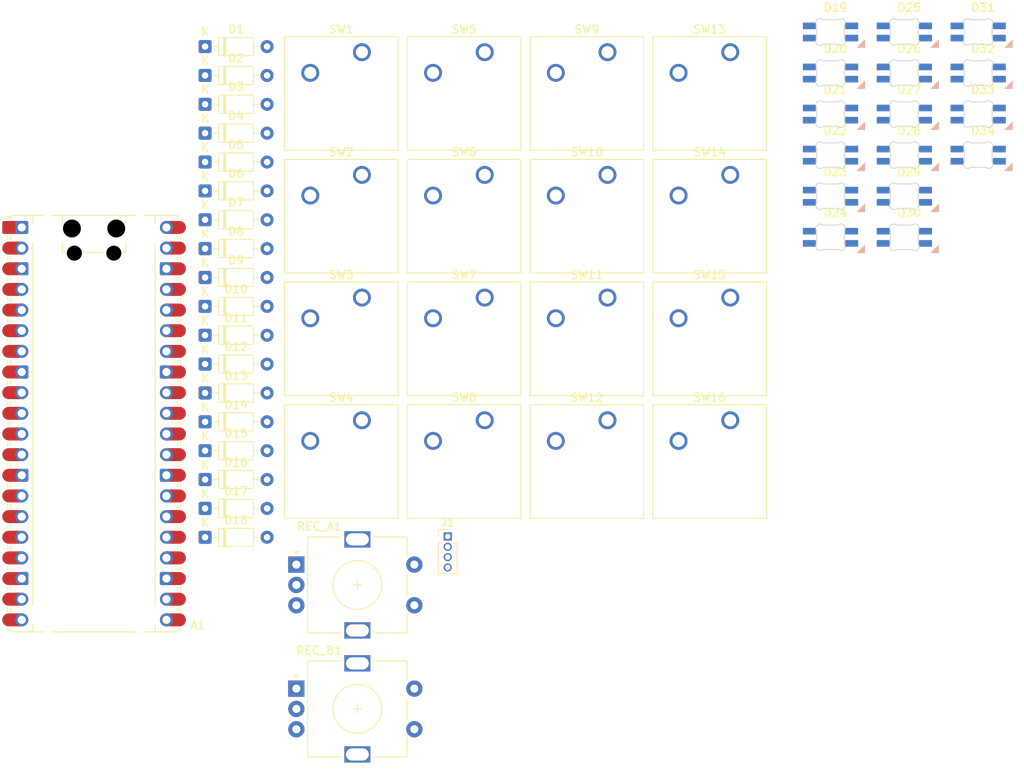
<source format=kicad_pcb>
(kicad_pcb (version 20241229) (generator "pcbnew") (generator_version "9.0")
  (layers (0 "F.Cu" signal) (2 "B.Cu" signal) (13 "F.Paste" user) (15 "B.Paste" user) (5 "F.SilkS" user "F.Silkscreen") (7 "B.SilkS" user "B.Silkscreen") (1 "F.Mask" user) (3 "B.Mask" user) (25 "Edge.Cuts" user))
  (net 0 "")
  (net 2 "REC_B1")
  (net 3 "GND")
  (net 5 "ARGB_DATA")
  (net 6 "VCC")
  (net 7 "OLED_SCL")
  (net 8 "COL4")
  (net 9 "COL3")
  (net 10 "COL1")
  (net 13 "REC_B2")
  (net 18 "REC_A2")
  (net 20 "OLED_SDA")
  (net 21 "ROW2")
  (net 23 "REC_A1")
  (net 24 "ROW3")
  (net 31 "ROW0")
  (net 33 "ROW1")
  (net 38 "COL2")
  (net 39 "COL0")
  (net 51 "Net-(D1-A)")
  (net 52 "Net-(D2-A)")
  (net 53 "Net-(D3-A)")
  (net 54 "Net-(D4-A)")
  (net 55 "Net-(D5-A)")
  (net 56 "Net-(D6-A)")
  (net 57 "Net-(D7-A)")
  (net 58 "Net-(D8-A)")
  (net 59 "Net-(D9-A)")
  (net 60 "Net-(D10-A)")
  (net 61 "Net-(D11-A)")
  (net 62 "Net-(D12-A)")
  (net 63 "Net-(D13-A)")
  (net 64 "Net-(D14-A)")
  (net 65 "Net-(D15-A)")
  (net 66 "Net-(D16-A)")
  (net 67 "REC_SW_B2")
  (net 68 "REC_SW_A2")
  (net 69 "Net-(D19-DOUT)")
  (net 70 "Net-(D20-DIN)")
  (net 71 "Net-(D20-DOUT)")
  (net 72 "Net-(D21-DIN)")
  (net 73 "Net-(D21-DOUT)")
  (net 74 "Net-(D22-DOUT)")
  (net 75 "Net-(D22-DIN)")
  (net 76 "Net-(D23-DOUT)")
  (net 77 "Net-(D24-DOUT)")
  (net 78 "Net-(D25-DOUT)")
  (net 79 "Net-(D26-DOUT)")
  (net 80 "Net-(D27-DOUT)")
  (net 81 "Net-(D28-DOUT)")
  (net 82 "Net-(D29-DOUT)")
  (net 83 "Net-(D30-DOUT)")
  (footprint "Diode_THT:D_DO-35_SOD27_P7.62mm_Horizontal" (layer "F.Cu") (at 101.53 86.495)
    (property "Reference" "D11" (at 3.81 -2.12 0) (layer "F.SilkS"))
    (property "Value" "D")
    (fp_text user "K" (at 0 -1.8 0) (layer "F.SilkS"))
    (pad "1" thru_hole roundrect (at 0 0) (size 1.6 1.6) (drill 0.8) (layers "*.Cu" "*.Mask") (roundrect_rratio 0.15625) (net 21 "ROW2"))
    (pad "2" thru_hole circle (at 7.62 0) (size 1.6 1.6) (drill 0.8) (layers "*.Cu" "*.Mask") (net 61 "Net-(D11-A)"))
  )
  (footprint "HackPad:SK6812MINI-E_fixed" (layer "F.Cu") (at 187.474999 59.402842)
    (property "Reference" "D27" (at 0.6 -3.1 0) (layer "F.SilkS") (effects (font (thickness 0.2) (bold yes))))
    (property "Value" "SK6812MINI-E")
    (fp_line (start -1.699998 0.6) (end -1.699998 -0.805684) (stroke (width 0.1)) (layer "Edge.Cuts"))
    (fp_line (start -0.794451 -1.602841) (end 0.794454 -1.602841) (stroke (width 0.1)) (layer "Edge.Cuts"))
    (fp_line (start 0.794453 1.397158) (end -0.794451 1.397158) (stroke (width 0.1)) (layer "Edge.Cuts"))
    (fp_line (start 1.7 -0.805684) (end 1.7 0.6) (stroke (width 0.1)) (layer "Edge.Cuts"))
    (fp_arc (start -1.749483 -1.022562) (mid -1.712526 -0.91691) (end -1.699998 -0.805684) (stroke (width 0.1)) (layer "Edge.Cuts"))
    (fp_arc (start -1.749483 -1.022562) (mid -1.63807 -1.606877) (end -1.04671 -1.671141) (stroke (width 0.1)) (layer "Edge.Cuts"))
    (fp_arc (start -1.699998 0.600001) (mid -1.712526 0.711226) (end -1.749483 0.816878) (stroke (width 0.1)) (layer "Edge.Cuts"))
    (fp_arc (start -1.04671 1.465455) (mid -1.638069 1.401192) (end -1.749483 0.816878) (stroke (width 0.1)) (layer "Edge.Cuts"))
    (fp_arc (start -1.046709 1.465457) (mid -0.925121 1.414535) (end -0.794451 1.397158) (stroke (width 0.1)) (layer "Edge.Cuts"))
    (fp_arc (start -0.794452 -1.602842) (mid -0.925122 -1.620219) (end -1.04671 -1.671141) (stroke (width 0.1)) (layer "Edge.Cuts"))
    (fp_arc (start 0.794453 1.397158) (mid 0.925124 1.414535) (end 1.046712 1.465457) (stroke (width 0.1)) (layer "Edge.Cuts"))
    (fp_arc (start 1.046712 -1.67114) (mid 0.925124 -1.620218) (end 0.794454 -1.602841) (stroke (width 0.1)) (layer "Edge.Cuts"))
    (fp_arc (start 1.046712 -1.67114) (mid 1.638072 -1.606876) (end 1.749485 -1.022562) (stroke (width 0.1)) (layer "Edge.Cuts"))
    (fp_arc (start 1.7 -0.805685) (mid 1.712528 -0.91691) (end 1.749485 -1.022562) (stroke (width 0.1)) (layer "Edge.Cuts"))
    (fp_arc (start 1.749485 0.816877) (mid 1.638073 1.401193) (end 1.046712 1.465457) (stroke (width 0.1)) (layer "Edge.Cuts"))
    (fp_arc (start 1.749485 0.816878) (mid 1.712528 0.711226) (end 1.7 0.6) (stroke (width 0.1)) (layer "Edge.Cuts"))
    (pad "1" smd roundrect (at -2.599999 -0.852842 270) (size 0.82 1.6) (layers "B.Cu" "B.Mask" "B.Paste") (roundrect_rratio 0.1) (net 6 "VCC"))
    (pad "2" smd roundrect (at -2.599999 0.647158 270) (size 0.82 1.6) (layers "B.Cu" "B.Mask" "B.Paste") (roundrect_rratio 0.1) (net 80 "Net-(D27-DOUT)"))
    (pad "3" smd roundrect (at 2.600001 0.647158 270) (size 0.82 1.6) (layers "B.Cu" "B.Mask" "B.Paste") (roundrect_rratio 0.1) (net 3 "GND"))
    (pad "4" smd roundrect (at 2.600001 -0.852842 270) (size 0.82 1.6) (layers "B.Cu" "B.Mask" "B.Paste") (roundrect_rratio 0.1) (net 76 "Net-(D23-DOUT)"))
  )
  (footprint "Diode_THT:D_DO-35_SOD27_P7.62mm_Horizontal" (layer "F.Cu") (at 101.53 72.295)
    (property "Reference" "D7" (at 3.81 -2.12 0) (layer "F.SilkS"))
    (property "Value" "D")
    (fp_text user "K" (at 0 -1.8 0) (layer "F.SilkS"))
    (pad "1" thru_hole roundrect (at 0 0) (size 1.6 1.6) (drill 0.8) (layers "*.Cu" "*.Mask") (roundrect_rratio 0.15625) (net 21 "ROW2"))
    (pad "2" thru_hole circle (at 7.62 0) (size 1.6 1.6) (drill 0.8) (layers "*.Cu" "*.Mask") (net 57 "Net-(D7-A)"))
  )
  (footprint "HackPad:SK6812MINI-E_fixed" (layer "F.Cu") (at 178.399999 74.552842)
    (property "Reference" "D24" (at 0.6 -3.1 0) (layer "F.SilkS") (effects (font (thickness 0.2) (bold yes))))
    (property "Value" "SK6812MINI-E")
    (fp_line (start -1.699998 0.6) (end -1.699998 -0.805684) (stroke (width 0.1)) (layer "Edge.Cuts"))
    (fp_line (start -0.794451 -1.602841) (end 0.794454 -1.602841) (stroke (width 0.1)) (layer "Edge.Cuts"))
    (fp_line (start 0.794453 1.397158) (end -0.794451 1.397158) (stroke (width 0.1)) (layer "Edge.Cuts"))
    (fp_line (start 1.7 -0.805684) (end 1.7 0.6) (stroke (width 0.1)) (layer "Edge.Cuts"))
    (fp_arc (start -1.749483 -1.022562) (mid -1.712526 -0.91691) (end -1.699998 -0.805684) (stroke (width 0.1)) (layer "Edge.Cuts"))
    (fp_arc (start -1.749483 -1.022562) (mid -1.63807 -1.606877) (end -1.04671 -1.671141) (stroke (width 0.1)) (layer "Edge.Cuts"))
    (fp_arc (start -1.699998 0.600001) (mid -1.712526 0.711226) (end -1.749483 0.816878) (stroke (width 0.1)) (layer "Edge.Cuts"))
    (fp_arc (start -1.04671 1.465455) (mid -1.638069 1.401192) (end -1.749483 0.816878) (stroke (width 0.1)) (layer "Edge.Cuts"))
    (fp_arc (start -1.046709 1.465457) (mid -0.925121 1.414535) (end -0.794451 1.397158) (stroke (width 0.1)) (layer "Edge.Cuts"))
    (fp_arc (start -0.794452 -1.602842) (mid -0.925122 -1.620219) (end -1.04671 -1.671141) (stroke (width 0.1)) (layer "Edge.Cuts"))
    (fp_arc (start 0.794453 1.397158) (mid 0.925124 1.414535) (end 1.046712 1.465457) (stroke (width 0.1)) (layer "Edge.Cuts"))
    (fp_arc (start 1.046712 -1.67114) (mid 0.925124 -1.620218) (end 0.794454 -1.602841) (stroke (width 0.1)) (layer "Edge.Cuts"))
    (fp_arc (start 1.046712 -1.67114) (mid 1.638072 -1.606876) (end 1.749485 -1.022562) (stroke (width 0.1)) (layer "Edge.Cuts"))
    (fp_arc (start 1.7 -0.805685) (mid 1.712528 -0.91691) (end 1.749485 -1.022562) (stroke (width 0.1)) (layer "Edge.Cuts"))
    (fp_arc (start 1.749485 0.816877) (mid 1.638073 1.401193) (end 1.046712 1.465457) (stroke (width 0.1)) (layer "Edge.Cuts"))
    (fp_arc (start 1.749485 0.816878) (mid 1.712528 0.711226) (end 1.7 0.6) (stroke (width 0.1)) (layer "Edge.Cuts"))
    (pad "1" smd roundrect (at -2.599999 -0.852842 270) (size 0.82 1.6) (layers "B.Cu" "B.Mask" "B.Paste") (roundrect_rratio 0.1) (net 6 "VCC"))
    (pad "2" smd roundrect (at -2.599999 0.647158 270) (size 0.82 1.6) (layers "B.Cu" "B.Mask" "B.Paste") (roundrect_rratio 0.1) (net 77 "Net-(D24-DOUT)"))
    (pad "3" smd roundrect (at 2.600001 0.647158 270) (size 0.82 1.6) (layers "B.Cu" "B.Mask" "B.Paste") (roundrect_rratio 0.1) (net 3 "GND"))
    (pad "4" smd roundrect (at 2.600001 -0.852842 270) (size 0.82 1.6) (layers "B.Cu" "B.Mask" "B.Paste") (roundrect_rratio 0.1) (net 71 "Net-(D20-DOUT)"))
  )
  (footprint "Diode_THT:D_DO-35_SOD27_P7.62mm_Horizontal" (layer "F.Cu") (at 101.53 107.795)
    (property "Reference" "D17" (at 3.81 -2.12 0) (layer "F.SilkS"))
    (property "Value" "D")
    (fp_text user "K" (at 0 -1.8 0) (layer "F.SilkS"))
    (pad "1" thru_hole roundrect (at 0 0) (size 1.6 1.6) (drill 0.8) (layers "*.Cu" "*.Mask") (roundrect_rratio 0.15625) (net 31 "ROW0"))
    (pad "2" thru_hole circle (at 7.62 0) (size 1.6 1.6) (drill 0.8) (layers "*.Cu" "*.Mask") (net 67 "REC_SW_B2"))
  )
  (footprint "HackPad:SK6812MINI-E_fixed" (layer "F.Cu") (at 187.474999 69.502842)
    (property "Reference" "D29" (at 0.6 -3.1 0) (layer "F.SilkS") (effects (font (thickness 0.2) (bold yes))))
    (property "Value" "SK6812MINI-E")
    (fp_line (start -1.699998 0.6) (end -1.699998 -0.805684) (stroke (width 0.1)) (layer "Edge.Cuts"))
    (fp_line (start -0.794451 -1.602841) (end 0.794454 -1.602841) (stroke (width 0.1)) (layer "Edge.Cuts"))
    (fp_line (start 0.794453 1.397158) (end -0.794451 1.397158) (stroke (width 0.1)) (layer "Edge.Cuts"))
    (fp_line (start 1.7 -0.805684) (end 1.7 0.6) (stroke (width 0.1)) (layer "Edge.Cuts"))
    (fp_arc (start -1.749483 -1.022562) (mid -1.712526 -0.91691) (end -1.699998 -0.805684) (stroke (width 0.1)) (layer "Edge.Cuts"))
    (fp_arc (start -1.749483 -1.022562) (mid -1.63807 -1.606877) (end -1.04671 -1.671141) (stroke (width 0.1)) (layer "Edge.Cuts"))
    (fp_arc (start -1.699998 0.600001) (mid -1.712526 0.711226) (end -1.749483 0.816878) (stroke (width 0.1)) (layer "Edge.Cuts"))
    (fp_arc (start -1.04671 1.465455) (mid -1.638069 1.401192) (end -1.749483 0.816878) (stroke (width 0.1)) (layer "Edge.Cuts"))
    (fp_arc (start -1.046709 1.465457) (mid -0.925121 1.414535) (end -0.794451 1.397158) (stroke (width 0.1)) (layer "Edge.Cuts"))
    (fp_arc (start -0.794452 -1.602842) (mid -0.925122 -1.620219) (end -1.04671 -1.671141) (stroke (width 0.1)) (layer "Edge.Cuts"))
    (fp_arc (start 0.794453 1.397158) (mid 0.925124 1.414535) (end 1.046712 1.465457) (stroke (width 0.1)) (layer "Edge.Cuts"))
    (fp_arc (start 1.046712 -1.67114) (mid 0.925124 -1.620218) (end 0.794454 -1.602841) (stroke (width 0.1)) (layer "Edge.Cuts"))
    (fp_arc (start 1.046712 -1.67114) (mid 1.638072 -1.606876) (end 1.749485 -1.022562) (stroke (width 0.1)) (layer "Edge.Cuts"))
    (fp_arc (start 1.7 -0.805685) (mid 1.712528 -0.91691) (end 1.749485 -1.022562) (stroke (width 0.1)) (layer "Edge.Cuts"))
    (fp_arc (start 1.749485 0.816877) (mid 1.638073 1.401193) (end 1.046712 1.465457) (stroke (width 0.1)) (layer "Edge.Cuts"))
    (fp_arc (start 1.749485 0.816878) (mid 1.712528 0.711226) (end 1.7 0.6) (stroke (width 0.1)) (layer "Edge.Cuts"))
    (pad "1" smd roundrect (at -2.599999 -0.852842 270) (size 0.82 1.6) (layers "B.Cu" "B.Mask" "B.Paste") (roundrect_rratio 0.1) (net 6 "VCC"))
    (pad "2" smd roundrect (at -2.599999 0.647158 270) (size 0.82 1.6) (layers "B.Cu" "B.Mask" "B.Paste") (roundrect_rratio 0.1) (net 82 "Net-(D29-DOUT)"))
    (pad "3" smd roundrect (at 2.600001 0.647158 270) (size 0.82 1.6) (layers "B.Cu" "B.Mask" "B.Paste") (roundrect_rratio 0.1) (net 3 "GND"))
    (pad "4" smd roundrect (at 2.600001 -0.852842 270) (size 0.82 1.6) (layers "B.Cu" "B.Mask" "B.Paste") (roundrect_rratio 0.1) (net 78 "Net-(D25-DOUT)"))
  )
  (footprint "HackPad:SK6812MINI-E_fixed" (layer "F.Cu") (at 187.474999 74.552842)
    (property "Reference" "D30" (at 0.6 -3.1 0) (layer "F.SilkS") (effects (font (thickness 0.2) (bold yes))))
    (property "Value" "SK6812MINI-E")
    (fp_line (start -1.699998 0.6) (end -1.699998 -0.805684) (stroke (width 0.1)) (layer "Edge.Cuts"))
    (fp_line (start -0.794451 -1.602841) (end 0.794454 -1.602841) (stroke (width 0.1)) (layer "Edge.Cuts"))
    (fp_line (start 0.794453 1.397158) (end -0.794451 1.397158) (stroke (width 0.1)) (layer "Edge.Cuts"))
    (fp_line (start 1.7 -0.805684) (end 1.7 0.6) (stroke (width 0.1)) (layer "Edge.Cuts"))
    (fp_arc (start -1.749483 -1.022562) (mid -1.712526 -0.91691) (end -1.699998 -0.805684) (stroke (width 0.1)) (layer "Edge.Cuts"))
    (fp_arc (start -1.749483 -1.022562) (mid -1.63807 -1.606877) (end -1.04671 -1.671141) (stroke (width 0.1)) (layer "Edge.Cuts"))
    (fp_arc (start -1.699998 0.600001) (mid -1.712526 0.711226) (end -1.749483 0.816878) (stroke (width 0.1)) (layer "Edge.Cuts"))
    (fp_arc (start -1.04671 1.465455) (mid -1.638069 1.401192) (end -1.749483 0.816878) (stroke (width 0.1)) (layer "Edge.Cuts"))
    (fp_arc (start -1.046709 1.465457) (mid -0.925121 1.414535) (end -0.794451 1.397158) (stroke (width 0.1)) (layer "Edge.Cuts"))
    (fp_arc (start -0.794452 -1.602842) (mid -0.925122 -1.620219) (end -1.04671 -1.671141) (stroke (width 0.1)) (layer "Edge.Cuts"))
    (fp_arc (start 0.794453 1.397158) (mid 0.925124 1.414535) (end 1.046712 1.465457) (stroke (width 0.1)) (layer "Edge.Cuts"))
    (fp_arc (start 1.046712 -1.67114) (mid 0.925124 -1.620218) (end 0.794454 -1.602841) (stroke (width 0.1)) (layer "Edge.Cuts"))
    (fp_arc (start 1.046712 -1.67114) (mid 1.638072 -1.606876) (end 1.749485 -1.022562) (stroke (width 0.1)) (layer "Edge.Cuts"))
    (fp_arc (start 1.7 -0.805685) (mid 1.712528 -0.91691) (end 1.749485 -1.022562) (stroke (width 0.1)) (layer "Edge.Cuts"))
    (fp_arc (start 1.749485 0.816877) (mid 1.638073 1.401193) (end 1.046712 1.465457) (stroke (width 0.1)) (layer "Edge.Cuts"))
    (fp_arc (start 1.749485 0.816878) (mid 1.712528 0.711226) (end 1.7 0.6) (stroke (width 0.1)) (layer "Edge.Cuts"))
    (pad "1" smd roundrect (at -2.599999 -0.852842 270) (size 0.82 1.6) (layers "B.Cu" "B.Mask" "B.Paste") (roundrect_rratio 0.1) (net 6 "VCC"))
    (pad "2" smd roundrect (at -2.599999 0.647158 270) (size 0.82 1.6) (layers "B.Cu" "B.Mask" "B.Paste") (roundrect_rratio 0.1) (net 83 "Net-(D30-DOUT)"))
    (pad "3" smd roundrect (at 2.600001 0.647158 270) (size 0.82 1.6) (layers "B.Cu" "B.Mask" "B.Paste") (roundrect_rratio 0.1) (net 3 "GND"))
    (pad "4" smd roundrect (at 2.600001 -0.852842 270) (size 0.82 1.6) (layers "B.Cu" "B.Mask" "B.Paste") (roundrect_rratio 0.1) (net 79 "Net-(D26-DOUT)"))
  )
  (footprint "HackPad:SK6812MINI-E_fixed" (layer "F.Cu") (at 178.399999 59.402842)
    (property "Reference" "D21" (at 0.6 -3.1 0) (layer "F.SilkS") (effects (font (thickness 0.2) (bold yes))))
    (property "Value" "SK6812MINI-E")
    (fp_line (start -1.699998 0.6) (end -1.699998 -0.805684) (stroke (width 0.1)) (layer "Edge.Cuts"))
    (fp_line (start -0.794451 -1.602841) (end 0.794454 -1.602841) (stroke (width 0.1)) (layer "Edge.Cuts"))
    (fp_line (start 0.794453 1.397158) (end -0.794451 1.397158) (stroke (width 0.1)) (layer "Edge.Cuts"))
    (fp_line (start 1.7 -0.805684) (end 1.7 0.6) (stroke (width 0.1)) (layer "Edge.Cuts"))
    (fp_arc (start -1.749483 -1.022562) (mid -1.712526 -0.91691) (end -1.699998 -0.805684) (stroke (width 0.1)) (layer "Edge.Cuts"))
    (fp_arc (start -1.749483 -1.022562) (mid -1.63807 -1.606877) (end -1.04671 -1.671141) (stroke (width 0.1)) (layer "Edge.Cuts"))
    (fp_arc (start -1.699998 0.600001) (mid -1.712526 0.711226) (end -1.749483 0.816878) (stroke (width 0.1)) (layer "Edge.Cuts"))
    (fp_arc (start -1.04671 1.465455) (mid -1.638069 1.401192) (end -1.749483 0.816878) (stroke (width 0.1)) (layer "Edge.Cuts"))
    (fp_arc (start -1.046709 1.465457) (mid -0.925121 1.414535) (end -0.794451 1.397158) (stroke (width 0.1)) (layer "Edge.Cuts"))
    (fp_arc (start -0.794452 -1.602842) (mid -0.925122 -1.620219) (end -1.04671 -1.671141) (stroke (width 0.1)) (layer "Edge.Cuts"))
    (fp_arc (start 0.794453 1.397158) (mid 0.925124 1.414535) (end 1.046712 1.465457) (stroke (width 0.1)) (layer "Edge.Cuts"))
    (fp_arc (start 1.046712 -1.67114) (mid 0.925124 -1.620218) (end 0.794454 -1.602841) (stroke (width 0.1)) (layer "Edge.Cuts"))
    (fp_arc (start 1.046712 -1.67114) (mid 1.638072 -1.606876) (end 1.749485 -1.022562) (stroke (width 0.1)) (layer "Edge.Cuts"))
    (fp_arc (start 1.7 -0.805685) (mid 1.712528 -0.91691) (end 1.749485 -1.022562) (stroke (width 0.1)) (layer "Edge.Cuts"))
    (fp_arc (start 1.749485 0.816877) (mid 1.638073 1.401193) (end 1.046712 1.465457) (stroke (width 0.1)) (layer "Edge.Cuts"))
    (fp_arc (start 1.749485 0.816878) (mid 1.712528 0.711226) (end 1.7 0.6) (stroke (width 0.1)) (layer "Edge.Cuts"))
    (pad "1" smd roundrect (at -2.599999 -0.852842 270) (size 0.82 1.6) (layers "B.Cu" "B.Mask" "B.Paste") (roundrect_rratio 0.1) (net 6 "VCC"))
    (pad "2" smd roundrect (at -2.599999 0.647158 270) (size 0.82 1.6) (layers "B.Cu" "B.Mask" "B.Paste") (roundrect_rratio 0.1) (net 73 "Net-(D21-DOUT)"))
    (pad "3" smd roundrect (at 2.600001 0.647158 270) (size 0.82 1.6) (layers "B.Cu" "B.Mask" "B.Paste") (roundrect_rratio 0.1) (net 3 "GND"))
    (pad "4" smd roundrect (at 2.600001 -0.852842 270) (size 0.82 1.6) (layers "B.Cu" "B.Mask" "B.Paste") (roundrect_rratio 0.1) (net 72 "Net-(D21-DIN)"))
  )
  (footprint "Diode_THT:D_DO-35_SOD27_P7.62mm_Horizontal" (layer "F.Cu") (at 101.53 79.395)
    (property "Reference" "D9" (at 3.81 -2.12 0) (layer "F.SilkS"))
    (property "Value" "D")
    (fp_text user "K" (at 0 -1.8 0) (layer "F.SilkS"))
    (pad "1" thru_hole roundrect (at 0 0) (size 1.6 1.6) (drill 0.8) (layers "*.Cu" "*.Mask") (roundrect_rratio 0.15625) (net 31 "ROW0"))
    (pad "2" thru_hole circle (at 7.62 0) (size 1.6 1.6) (drill 0.8) (layers "*.Cu" "*.Mask") (net 59 "Net-(D9-A)"))
  )
  (footprint "HackPad:SK6812MINI-E_fixed" (layer "F.Cu") (at 178.399999 49.302842)
    (property "Reference" "D19" (at 0.6 -3.1 0) (layer "F.SilkS") (effects (font (thickness 0.2) (bold yes))))
    (property "Value" "SK6812MINI-E")
    (fp_line (start -1.699998 0.6) (end -1.699998 -0.805684) (stroke (width 0.1)) (layer "Edge.Cuts"))
    (fp_line (start -0.794451 -1.602841) (end 0.794454 -1.602841) (stroke (width 0.1)) (layer "Edge.Cuts"))
    (fp_line (start 0.794453 1.397158) (end -0.794451 1.397158) (stroke (width 0.1)) (layer "Edge.Cuts"))
    (fp_line (start 1.7 -0.805684) (end 1.7 0.6) (stroke (width 0.1)) (layer "Edge.Cuts"))
    (fp_arc (start -1.749483 -1.022562) (mid -1.712526 -0.91691) (end -1.699998 -0.805684) (stroke (width 0.1)) (layer "Edge.Cuts"))
    (fp_arc (start -1.749483 -1.022562) (mid -1.63807 -1.606877) (end -1.04671 -1.671141) (stroke (width 0.1)) (layer "Edge.Cuts"))
    (fp_arc (start -1.699998 0.600001) (mid -1.712526 0.711226) (end -1.749483 0.816878) (stroke (width 0.1)) (layer "Edge.Cuts"))
    (fp_arc (start -1.04671 1.465455) (mid -1.638069 1.401192) (end -1.749483 0.816878) (stroke (width 0.1)) (layer "Edge.Cuts"))
    (fp_arc (start -1.046709 1.465457) (mid -0.925121 1.414535) (end -0.794451 1.397158) (stroke (width 0.1)) (layer "Edge.Cuts"))
    (fp_arc (start -0.794452 -1.602842) (mid -0.925122 -1.620219) (end -1.04671 -1.671141) (stroke (width 0.1)) (layer "Edge.Cuts"))
    (fp_arc (start 0.794453 1.397158) (mid 0.925124 1.414535) (end 1.046712 1.465457) (stroke (width 0.1)) (layer "Edge.Cuts"))
    (fp_arc (start 1.046712 -1.67114) (mid 0.925124 -1.620218) (end 0.794454 -1.602841) (stroke (width 0.1)) (layer "Edge.Cuts"))
    (fp_arc (start 1.046712 -1.67114) (mid 1.638072 -1.606876) (end 1.749485 -1.022562) (stroke (width 0.1)) (layer "Edge.Cuts"))
    (fp_arc (start 1.7 -0.805685) (mid 1.712528 -0.91691) (end 1.749485 -1.022562) (stroke (width 0.1)) (layer "Edge.Cuts"))
    (fp_arc (start 1.749485 0.816877) (mid 1.638073 1.401193) (end 1.046712 1.465457) (stroke (width 0.1)) (layer "Edge.Cuts"))
    (fp_arc (start 1.749485 0.816878) (mid 1.712528 0.711226) (end 1.7 0.6) (stroke (width 0.1)) (layer "Edge.Cuts"))
    (pad "1" smd roundrect (at -2.599999 -0.852842 270) (size 0.82 1.6) (layers "B.Cu" "B.Mask" "B.Paste") (roundrect_rratio 0.1) (net 6 "VCC"))
    (pad "2" smd roundrect (at -2.599999 0.647158 270) (size 0.82 1.6) (layers "B.Cu" "B.Mask" "B.Paste") (roundrect_rratio 0.1) (net 69 "Net-(D19-DOUT)"))
    (pad "3" smd roundrect (at 2.600001 0.647158 270) (size 0.82 1.6) (layers "B.Cu" "B.Mask" "B.Paste") (roundrect_rratio 0.1) (net 3 "GND"))
    (pad "4" smd roundrect (at 2.600001 -0.852842 270) (size 0.82 1.6) (layers "B.Cu" "B.Mask" "B.Paste") (roundrect_rratio 0.1) (net 5 "ARGB_DATA"))
  )
  (footprint "Button_Switch_Keyboard:SW_Cherry_MX_1.00u_PCB" (layer "F.Cu") (at 120.81 66.775)
    (property "Reference" "SW2" (at -2.54 -2.794 0) (layer "F.SilkS"))
    (property "Value" "SW_Push")
    (pad "" np_thru_hole circle (at -7.62 5.08) (size 1.7 1.7) (drill 1.7) (layers "*.Cu" "*.Mask"))
    (pad "" np_thru_hole circle (at -2.54 5.08) (size 4 4) (drill 4) (layers "*.Cu" "*.Mask"))
    (pad "" np_thru_hole circle (at 2.54 5.08) (size 1.7 1.7) (drill 1.7) (layers "*.Cu" "*.Mask"))
    (pad "1" thru_hole circle (at 0 0) (size 2.2 2.2) (drill 1.5) (layers "*.Cu" "*.Mask") (net 39 "COL0"))
    (pad "2" thru_hole circle (at -6.35 2.54) (size 2.2 2.2) (drill 1.5) (layers "*.Cu" "*.Mask") (net 52 "Net-(D2-A)"))
  )
  (footprint "HackPad:SK6812MINI-E_fixed" (layer "F.Cu") (at 187.474999 64.452842)
    (property "Reference" "D28" (at 0.6 -3.1 0) (layer "F.SilkS") (effects (font (thickness 0.2) (bold yes))))
    (property "Value" "SK6812MINI-E")
    (fp_line (start -1.699998 0.6) (end -1.699998 -0.805684) (stroke (width 0.1)) (layer "Edge.Cuts"))
    (fp_line (start -0.794451 -1.602841) (end 0.794454 -1.602841) (stroke (width 0.1)) (layer "Edge.Cuts"))
    (fp_line (start 0.794453 1.397158) (end -0.794451 1.397158) (stroke (width 0.1)) (layer "Edge.Cuts"))
    (fp_line (start 1.7 -0.805684) (end 1.7 0.6) (stroke (width 0.1)) (layer "Edge.Cuts"))
    (fp_arc (start -1.749483 -1.022562) (mid -1.712526 -0.91691) (end -1.699998 -0.805684) (stroke (width 0.1)) (layer "Edge.Cuts"))
    (fp_arc (start -1.749483 -1.022562) (mid -1.63807 -1.606877) (end -1.04671 -1.671141) (stroke (width 0.1)) (layer "Edge.Cuts"))
    (fp_arc (start -1.699998 0.600001) (mid -1.712526 0.711226) (end -1.749483 0.816878) (stroke (width 0.1)) (layer "Edge.Cuts"))
    (fp_arc (start -1.04671 1.465455) (mid -1.638069 1.401192) (end -1.749483 0.816878) (stroke (width 0.1)) (layer "Edge.Cuts"))
    (fp_arc (start -1.046709 1.465457) (mid -0.925121 1.414535) (end -0.794451 1.397158) (stroke (width 0.1)) (layer "Edge.Cuts"))
    (fp_arc (start -0.794452 -1.602842) (mid -0.925122 -1.620219) (end -1.04671 -1.671141) (stroke (width 0.1)) (layer "Edge.Cuts"))
    (fp_arc (start 0.794453 1.397158) (mid 0.925124 1.414535) (end 1.046712 1.465457) (stroke (width 0.1)) (layer "Edge.Cuts"))
    (fp_arc (start 1.046712 -1.67114) (mid 0.925124 -1.620218) (end 0.794454 -1.602841) (stroke (width 0.1)) (layer "Edge.Cuts"))
    (fp_arc (start 1.046712 -1.67114) (mid 1.638072 -1.606876) (end 1.749485 -1.022562) (stroke (width 0.1)) (layer "Edge.Cuts"))
    (fp_arc (start 1.7 -0.805685) (mid 1.712528 -0.91691) (end 1.749485 -1.022562) (stroke (width 0.1)) (layer "Edge.Cuts"))
    (fp_arc (start 1.749485 0.816877) (mid 1.638073 1.401193) (end 1.046712 1.465457) (stroke (width 0.1)) (layer "Edge.Cuts"))
    (fp_arc (start 1.749485 0.816878) (mid 1.712528 0.711226) (end 1.7 0.6) (stroke (width 0.1)) (layer "Edge.Cuts"))
    (pad "1" smd roundrect (at -2.599999 -0.852842 270) (size 0.82 1.6) (layers "B.Cu" "B.Mask" "B.Paste") (roundrect_rratio 0.1) (net 6 "VCC"))
    (pad "2" smd roundrect (at -2.599999 0.647158 270) (size 0.82 1.6) (layers "B.Cu" "B.Mask" "B.Paste") (roundrect_rratio 0.1) (net 81 "Net-(D28-DOUT)"))
    (pad "3" smd roundrect (at 2.600001 0.647158 270) (size 0.82 1.6) (layers "B.Cu" "B.Mask" "B.Paste") (roundrect_rratio 0.1) (net 3 "GND"))
    (pad "4" smd roundrect (at 2.600001 -0.852842 270) (size 0.82 1.6) (layers "B.Cu" "B.Mask" "B.Paste") (roundrect_rratio 0.1) (net 77 "Net-(D24-DOUT)"))
  )
  (footprint "Module:RaspberryPi_Pico_Common_Unspecified" (layer "F.Cu") (at 87.89 97.37)
    (property "Reference" "A1" (at 11.7475 24.765 0) (layer "F.SilkS") (effects (justify left)))
    (property "Value" "RaspberryPi_Pico")
    (pad "" np_thru_hole circle (at -2.725 -24) (size 2.2 2.2) (drill 2.2) (layers "*.Mask"))
    (pad "" np_thru_hole circle (at -2.425 -20.97) (size 1.85 1.85) (drill 1.85) (layers "*.Mask"))
    (pad "" np_thru_hole circle (at 2.425 -20.97) (size 1.85 1.85) (drill 1.85) (layers "*.Mask"))
    (pad "" np_thru_hole circle (at 2.725 -24) (size 2.2 2.2) (drill 2.2) (layers "*.Mask"))
    (pad "1" smd custom (at -9.69 -24.13) (size 1.6 0.8) (layers "F.Cu" "F.Mask") (net 31 "ROW0") (options (clearance outline) (anchor rect)) (primitives (gr_circle (center 0.8 0) (end 1.6 0) (width 0) (fill yes)) (gr_poly (pts (xy -1.6 -0.6) (xy -1.6 0.6) (xy -1.4 0.8) (xy 0.8 0.8) (xy 0.8 -0.8) (xy -1.4 -0.8)) (width 0) (fill yes)) (gr_circle (center -1.4 -0.6) (end -1.2 -0.6) (width 0) (fill yes)) (gr_circle (center -1.4 0.6) (end -1.2 0.6) (width 0) (fill yes))))
    (pad "1" thru_hole roundrect (at -8.89 -24.13) (size 1.6 1.6) (drill 1) (layers "*.Cu" "*.Mask") (roundrect_rratio 0.125) (net 31 "ROW0"))
    (pad "2" smd roundrect (at -9.69 -21.59) (size 3.2 1.6) (layers "F.Cu" "F.Mask") (roundrect_rratio 0.5) (net 33 "ROW1"))
    (pad "2" thru_hole circle (at -8.89 -21.59) (size 1.6 1.6) (drill 1) (layers "*.Cu" "*.Mask") (net 33 "ROW1"))
    (pad "3" smd custom (at -9.69 -19.05) (size 1.6 0.8) (layers "F.Cu" "F.Mask") (net 3 "GND") (options (clearance outline) (anchor rect)) (primitives (gr_circle (center -0.8 0) (end 0 0) (width 0) (fill yes)) (gr_poly (pts (xy 1.6 -0.6) (xy 1.6 0.6) (xy 1.4 0.8) (xy -0.8 0.8) (xy -0.8 -0.8) (xy 1.4 -0.8)) (width 0) (fill yes)) (gr_circle (center 1.4 -0.6) (end 1.6 -0.6) (width 0) (fill yes)) (gr_circle (center 1.4 0.6) (end 1.6 0.6) (width 0) (fill yes))))
    (pad "3" thru_hole custom (at -8.89 -19.05) (size 1.6 1.6) (drill 1) (layers "*.Cu" "*.Mask") (net 3 "GND") (options (clearance outline) (anchor circle)) (primitives (gr_poly (pts (xy 0.8 0.6) (xy 0.8 -0.6) (xy 0.6 -0.8) (xy 0 -0.8) (xy 0 0.8) (xy 0.6 0.8)) (width 0) (fill yes)) (gr_circle (center 0.6 0.6) (end 0.8 0.6) (width 0) (fill yes)) (gr_circle (center 0.6 -0.6) (end 0.8 -0.6) (width 0) (fill yes))))
    (pad "4" smd roundrect (at -9.69 -16.51) (size 3.2 1.6) (layers "F.Cu" "F.Mask") (roundrect_rratio 0.5) (net 21 "ROW2"))
    (pad "4" thru_hole circle (at -8.89 -16.51) (size 1.6 1.6) (drill 1) (layers "*.Cu" "*.Mask") (net 21 "ROW2"))
    (pad "5" smd roundrect (at -9.69 -13.97) (size 3.2 1.6) (layers "F.Cu" "F.Mask") (roundrect_rratio 0.5) (net 24 "ROW3"))
    (pad "5" thru_hole circle (at -8.89 -13.97) (size 1.6 1.6) (drill 1) (layers "*.Cu" "*.Mask") (net 24 "ROW3"))
    (pad "6" smd roundrect (at -9.69 -11.43) (size 3.2 1.6) (layers "F.Cu" "F.Mask") (roundrect_rratio 0.5) (net 39 "COL0"))
    (pad "6" thru_hole circle (at -8.89 -11.43) (size 1.6 1.6) (drill 1) (layers "*.Cu" "*.Mask") (net 39 "COL0"))
    (pad "7" smd roundrect (at -9.69 -8.89) (size 3.2 1.6) (layers "F.Cu" "F.Mask") (roundrect_rratio 0.5) (net 10 "COL1"))
    (pad "7" thru_hole circle (at -8.89 -8.89) (size 1.6 1.6) (drill 1) (layers "*.Cu" "*.Mask") (net 10 "COL1"))
    (pad "8" smd custom (at -9.69 -6.35) (size 1.6 0.8) (layers "F.Cu" "F.Mask") (net 3 "GND") (options (clearance outline) (anchor rect)) (primitives (gr_circle (center -0.8 0) (end 0 0) (width 0) (fill yes)) (gr_poly (pts (xy 1.6 -0.6) (xy 1.6 0.6) (xy 1.4 0.8) (xy -0.8 0.8) (xy -0.8 -0.8) (xy 1.4 -0.8)) (width 0) (fill yes)) (gr_circle (center 1.4 -0.6) (end 1.6 -0.6) (width 0) (fill yes)) (gr_circle (center 1.4 0.6) (end 1.6 0.6) (width 0) (fill yes))))
    (pad "8" thru_hole custom (at -8.89 -6.35) (size 1.6 1.6) (drill 1) (layers "*.Cu" "*.Mask") (net 3 "GND") (options (clearance outline) (anchor circle)) (primitives (gr_poly (pts (xy 0.8 0.6) (xy 0.8 -0.6) (xy 0.6 -0.8) (xy 0 -0.8) (xy 0 0.8) (xy 0.6 0.8)) (width 0) (fill yes)) (gr_circle (center 0.6 0.6) (end 0.8 0.6) (width 0) (fill yes)) (gr_circle (center 0.6 -0.6) (end 0.8 -0.6) (width 0) (fill yes))))
    (pad "9" smd roundrect (at -9.69 -3.81) (size 3.2 1.6) (layers "F.Cu" "F.Mask") (roundrect_rratio 0.5) (net 38 "COL2"))
    (pad "9" thru_hole circle (at -8.89 -3.81) (size 1.6 1.6) (drill 1) (layers "*.Cu" "*.Mask") (net 38 "COL2"))
    (pad "10" smd roundrect (at -9.69 -1.27) (size 3.2 1.6) (layers "F.Cu" "F.Mask") (roundrect_rratio 0.5) (net 9 "COL3"))
    (pad "10" thru_hole circle (at -8.89 -1.27) (size 1.6 1.6) (drill 1) (layers "*.Cu" "*.Mask") (net 9 "COL3"))
    (pad "11" smd roundrect (at -9.69 1.27) (size 3.2 1.6) (layers "F.Cu" "F.Mask") (roundrect_rratio 0.5) (net 8 "COL4"))
    (pad "11" thru_hole circle (at -8.89 1.27) (size 1.6 1.6) (drill 1) (layers "*.Cu" "*.Mask") (net 8 "COL4"))
    (pad "12" smd roundrect (at -9.69 3.81) (size 3.2 1.6) (layers "F.Cu" "F.Mask") (roundrect_rratio 0.5) (net 23 "REC_A1"))
    (pad "12" thru_hole circle (at -8.89 3.81) (size 1.6 1.6) (drill 1) (layers "*.Cu" "*.Mask") (net 23 "REC_A1"))
    (pad "13" smd custom (at -9.69 6.35) (size 1.6 0.8) (layers "F.Cu" "F.Mask") (net 3 "GND") (options (clearance outline) (anchor rect)) (primitives (gr_circle (center -0.8 0) (end 0 0) (width 0) (fill yes)) (gr_poly (pts (xy 1.6 -0.6) (xy 1.6 0.6) (xy 1.4 0.8) (xy -0.8 0.8) (xy -0.8 -0.8) (xy 1.4 -0.8)) (width 0) (fill yes)) (gr_circle (center 1.4 -0.6) (end 1.6 -0.6) (width 0) (fill yes)) (gr_circle (center 1.4 0.6) (end 1.6 0.6) (width 0) (fill yes))))
    (pad "13" thru_hole custom (at -8.89 6.35) (size 1.6 1.6) (drill 1) (layers "*.Cu" "*.Mask") (net 3 "GND") (options (clearance outline) (anchor circle)) (primitives (gr_poly (pts (xy 0.8 0.6) (xy 0.8 -0.6) (xy 0.6 -0.8) (xy 0 -0.8) (xy 0 0.8) (xy 0.6 0.8)) (width 0) (fill yes)) (gr_circle (center 0.6 0.6) (end 0.8 0.6) (width 0) (fill yes)) (gr_circle (center 0.6 -0.6) (end 0.8 -0.6) (width 0) (fill yes))))
    (pad "14" smd roundrect (at -9.69 8.89) (size 3.2 1.6) (layers "F.Cu" "F.Mask") (roundrect_rratio 0.5) (net 18 "REC_A2"))
    (pad "14" thru_hole circle (at -8.89 8.89) (size 1.6 1.6) (drill 1) (layers "*.Cu" "*.Mask") (net 18 "REC_A2"))
    (pad "15" smd roundrect (at -9.69 11.43) (size 3.2 1.6) (layers "F.Cu" "F.Mask") (roundrect_rratio 0.5) (net 2 "REC_B1"))
    (pad "15" thru_hole circle (at -8.89 11.43) (size 1.6 1.6) (drill 1) (layers "*.Cu" "*.Mask") (net 2 "REC_B1"))
    (pad "16" smd roundrect (at -9.69 13.97) (size 3.2 1.6) (layers "F.Cu" "F.Mask") (roundrect_rratio 0.5) (net 13 "REC_B2"))
    (pad "16" thru_hole circle (at -8.89 13.97) (size 1.6 1.6) (drill 1) (layers "*.Cu" "*.Mask") (net 13 "REC_B2"))
    (pad "17" smd roundrect (at -9.69 16.51) (size 3.2 1.6) (layers "F.Cu" "F.Mask") (roundrect_rratio 0.5) (net 5 "ARGB_DATA"))
    (pad "17" thru_hole circle (at -8.89 16.51) (size 1.6 1.6) (drill 1) (layers "*.Cu" "*.Mask") (net 5 "ARGB_DATA"))
    (pad "18" smd custom (at -9.69 19.05) (size 1.6 0.8) (layers "F.Cu" "F.Mask") (net 3 "GND") (options (clearance outline) (anchor rect)) (primitives (gr_circle (center -0.8 0) (end 0 0) (width 0) (fill yes)) (gr_poly (pts (xy 1.6 -0.6) (xy 1.6 0.6) (xy 1.4 0.8) (xy -0.8 0.8) (xy -0.8 -0.8) (xy 1.4 -0.8)) (width 0) (fill yes)) (gr_circle (center 1.4 -0.6) (end 1.6 -0.6) (width 0) (fill yes)) (gr_circle (center 1.4 0.6) (end 1.6 0.6) (width 0) (fill yes))))
    (pad "18" thru_hole custom (at -8.89 19.05) (size 1.6 1.6) (drill 1) (layers "*.Cu" "*.Mask") (net 3 "GND") (options (clearance outline) (anchor circle)) (primitives (gr_poly (pts (xy 0.8 0.6) (xy 0.8 -0.6) (xy 0.6 -0.8) (xy 0 -0.8) (xy 0 0.8) (xy 0.6 0.8)) (width 0) (fill yes)) (gr_circle (center 0.6 0.6) (end 0.8 0.6) (width 0) (fill yes)) (gr_circle (center 0.6 -0.6) (end 0.8 -0.6) (width 0) (fill yes))))
    (pad "19" smd roundrect (at -9.69 21.59) (size 3.2 1.6) (layers "F.Cu" "F.Mask") (roundrect_rratio 0.5) (net 20 "OLED_SDA"))
    (pad "19" thru_hole circle (at -8.89 21.59) (size 1.6 1.6) (drill 1) (layers "*.Cu" "*.Mask") (net 20 "OLED_SDA"))
    (pad "20" smd roundrect (at -9.69 24.13) (size 3.2 1.6) (layers "F.Cu" "F.Mask") (roundrect_rratio 0.5) (net 7 "OLED_SCL"))
    (pad "20" thru_hole circle (at -8.89 24.13) (size 1.6 1.6) (drill 1) (layers "*.Cu" "*.Mask") (net 7 "OLED_SCL"))
    (pad "21" thru_hole circle (at 8.89 24.13) (size 1.6 1.6) (drill 1) (layers "*.Cu" "*.Mask"))
    (pad "21" smd roundrect (at 9.69 24.13) (size 3.2 1.6) (layers "F.Cu" "F.Mask") (roundrect_rratio 0.5))
    (pad "22" thru_hole circle (at 8.89 21.59) (size 1.6 1.6) (drill 1) (layers "*.Cu" "*.Mask"))
    (pad "22" smd roundrect (at 9.69 21.59) (size 3.2 1.6) (layers "F.Cu" "F.Mask") (roundrect_rratio 0.5))
    (pad "23" thru_hole custom (at 8.89 19.05) (size 1.6 1.6) (drill 1) (layers "*.Cu" "*.Mask") (net 3 "GND") (options (clearance outline) (anchor circle)) (primitives (gr_poly (pts (xy -0.8 0.6) (xy -0.8 -0.6) (xy -0.6 -0.8) (xy 0 -0.8) (xy 0 0.8) (xy -0.6 0.8)) (width 0) (fill yes)) (gr_circle (center -0.6 0.6) (end -0.4 0.6) (width 0) (fill yes)) (gr_circle (center -0.6 -0.6) (end -0.4 -0.6) (width 0) (fill yes))))
    (pad "23" smd custom (at 9.69 19.05) (size 1.6 0.8) (layers "F.Cu" "F.Mask") (net 3 "GND") (options (clearance outline) (anchor rect)) (primitives (gr_circle (center 0.8 0) (end 1.6 0) (width 0) (fill yes)) (gr_poly (pts (xy -1.6 -0.6) (xy -1.6 0.6) (xy -1.4 0.8) (xy 0.8 0.8) (xy 0.8 -0.8) (xy -1.4 -0.8)) (width 0) (fill yes)) (gr_circle (center -1.4 -0.6) (end -1.2 -0.6) (width 0) (fill yes)) (gr_circle (center -1.4 0.6) (end -1.2 0.6) (width 0) (fill yes))))
    (pad "24" thru_hole circle (at 8.89 16.51) (size 1.6 1.6) (drill 1) (layers "*.Cu" "*.Mask"))
    (pad "24" smd roundrect (at 9.69 16.51) (size 3.2 1.6) (layers "F.Cu" "F.Mask") (roundrect_rratio 0.5))
    (pad "25" thru_hole circle (at 8.89 13.97) (size 1.6 1.6) (drill 1) (layers "*.Cu" "*.Mask"))
    (pad "25" smd roundrect (at 9.69 13.97) (size 3.2 1.6) (layers "F.Cu" "F.Mask") (roundrect_rratio 0.5))
    (pad "26" thru_hole circle (at 8.89 11.43) (size 1.6 1.6) (drill 1) (layers "*.Cu" "*.Mask"))
    (pad "26" smd roundrect (at 9.69 11.43) (size 3.2 1.6) (layers "F.Cu" "F.Mask") (roundrect_rratio 0.5))
    (pad "27" thru_hole circle (at 8.89 8.89) (size 1.6 1.6) (drill 1) (layers "*.Cu" "*.Mask"))
    (pad "27" smd roundrect (at 9.69 8.89) (size 3.2 1.6) (layers "F.Cu" "F.Mask") (roundrect_rratio 0.5))
    (pad "28" thru_hole custom (at 8.89 6.35) (size 1.6 1.6) (drill 1) (layers "*.Cu" "*.Mask") (net 3 "GND") (options (clearance outline) (anchor circle)) (primitives (gr_poly (pts (xy -0.8 0.6) (xy -0.8 -0.6) (xy -0.6 -0.8) (xy 0 -0.8) (xy 0 0.8) (xy -0.6 0.8)) (width 0) (fill yes)) (gr_circle (center -0.6 0.6) (end -0.4 0.6) (width 0) (fill yes)) (gr_circle (center -0.6 -0.6) (end -0.4 -0.6) (width 0) (fill yes))))
    (pad "28" smd custom (at 9.69 6.35) (size 1.6 0.8) (layers "F.Cu" "F.Mask") (net 3 "GND") (options (clearance outline) (anchor rect)) (primitives (gr_circle (center 0.8 0) (end 1.6 0) (width 0) (fill yes)) (gr_poly (pts (xy -1.6 -0.6) (xy -1.6 0.6) (xy -1.4 0.8) (xy 0.8 0.8) (xy 0.8 -0.8) (xy -1.4 -0.8)) (width 0) (fill yes)) (gr_circle (center -1.4 -0.6) (end -1.2 -0.6) (width 0) (fill yes)) (gr_circle (center -1.4 0.6) (end -1.2 0.6) (width 0) (fill yes))))
    (pad "29" thru_hole circle (at 8.89 3.81) (size 1.6 1.6) (drill 1) (layers "*.Cu" "*.Mask"))
    (pad "29" smd roundrect (at 9.69 3.81) (size 3.2 1.6) (layers "F.Cu" "F.Mask") (roundrect_rratio 0.5))
    (pad "30" thru_hole circle (at 8.89 1.27) (size 1.6 1.6) (drill 1) (layers "*.Cu" "*.Mask"))
    (pad "30" smd roundrect (at 9.69 1.27) (size 3.2 1.6) (layers "F.Cu" "F.Mask") (roundrect_rratio 0.5))
    (pad "31" thru_hole circle (at 8.89 -1.27) (size 1.6 1.6) (drill 1) (layers "*.Cu" "*.Mask"))
    (pad "31" smd roundrect (at 9.69 -1.27) (size 3.2 1.6) (layers "F.Cu" "F.Mask") (roundrect_rratio 0.5))
    (pad "32" thru_hole circle (at 8.89 -3.81) (size 1.6 1.6) (drill 1) (layers "*.Cu" "*.Mask"))
    (pad "32" smd roundrect (at 9.69 -3.81) (size 3.2 1.6) (layers "F.Cu" "F.Mask") (roundrect_rratio 0.5))
    (pad "33" thru_hole custom (at 8.89 -6.35) (size 1.6 1.6) (drill 1) (layers "*.Cu" "*.Mask") (options (clearance outline) (anchor circle)) (primitives (gr_poly (pts (xy -0.8 0.6) (xy -0.8 -0.6) (xy -0.6 -0.8) (xy 0 -0.8) (xy 0 0.8) (xy -0.6 0.8)) (width 0) (fill yes)) (gr_circle (center -0.6 0.6) (end -0.4 0.6) (width 0) (fill yes)) (gr_circle (center -0.6 -0.6) (end -0.4 -0.6) (width 0) (fill yes))))
    (pad "33" smd custom (at 9.69 -6.35) (size 1.6 0.8) (layers "F.Cu" "F.Mask") (options (clearance outline) (anchor rect)) (primitives (gr_circle (center 0.8 0) (end 1.6 0) (width 0) (fill yes)) (gr_poly (pts (xy -1.6 -0.6) (xy -1.6 0.6) (xy -1.4 0.8) (xy 0.8 0.8) (xy 0.8 -0.8) (xy -1.4 -0.8)) (width 0) (fill yes)) (gr_circle (center -1.4 -0.6) (end -1.2 -0.6) (width 0) (fill yes)) (gr_circle (center -1.4 0.6) (end -1.2 0.6) (width 0) (fill yes))))
    (pad "34" thru_hole circle (at 8.89 -8.89) (size 1.6 1.6) (drill 1) (layers "*.Cu" "*.Mask"))
    (pad "34" smd roundrect (at 9.69 -8.89) (size 3.2 1.6) (layers "F.Cu" "F.Mask") (roundrect_rratio 0.5))
    (pad "35" thru_hole circle (at 8.89 -11.43) (size 1.6 1.6) (drill 1) (layers "*.Cu" "*.Mask"))
    (pad "35" smd roundrect (at 9.69 -11.43) (size 3.2 1.6) (layers "F.Cu" "F.Mask") (roundrect_rratio 0.5))
    (pad "36" thru_hole circle (at 8.89 -13.97) (size 1.6 1.6) (drill 1) (layers "*.Cu" "*.Mask"))
    (pad "36" smd roundrect (at 9.69 -13.97) (size 3.2 1.6) (layers "F.Cu" "F.Mask") (roundrect_rratio 0.5))
    (pad "37" thru_hole circle (at 8.89 -16.51) (size 1.6 1.6) (drill 1) (layers "*.Cu" "*.Mask"))
    (pad "37" smd roundrect (at 9.69 -16.51) (size 3.2 1.6) (layers "F.Cu" "F.Mask") (roundrect_rratio 0.5))
    (pad "38" thru_hole custom (at 8.89 -19.05) (size 1.6 1.6) (drill 1) (layers "*.Cu" "*.Mask") (net 3 "GND") (options (clearance outline) (anchor circle)) (primitives (gr_poly (pts (xy -0.8 0.6) (xy -0.8 -0.6) (xy -0.6 -0.8) (xy 0 -0.8) (xy 0 0.8) (xy -0.6 0.8)) (width 0) (fill yes)) (gr_circle (center -0.6 0.6) (end -0.4 0.6) (width 0) (fill yes)) (gr_circle (center -0.6 -0.6) (end -0.4 -0.6) (width 0) (fill yes))))
    (pad "38" smd custom (at 9.69 -19.05) (size 1.6 0.8) (layers "F.Cu" "F.Mask") (net 3 "GND") (options (clearance outline) (anchor rect)) (primitives (gr_circle (center 0.8 0) (end 1.6 0) (width 0) (fill yes)) (gr_poly (pts (xy -1.6 -0.6) (xy -1.6 0.6) (xy -1.4 0.8) (xy 0.8 0.8) (xy 0.8 -0.8) (xy -1.4 -0.8)) (width 0) (fill yes)) (gr_circle (center -1.4 -0.6) (end -1.2 -0.6) (width 0) (fill yes)) (gr_circle (center -1.4 0.6) (end -1.2 0.6) (width 0) (fill yes))))
    (pad "39" thru_hole circle (at 8.89 -21.59) (size 1.6 1.6) (drill 1) (layers "*.Cu" "*.Mask"))
    (pad "39" smd roundrect (at 9.69 -21.59) (size 3.2 1.6) (layers "F.Cu" "F.Mask") (roundrect_rratio 0.5))
    (pad "40" thru_hole circle (at 8.89 -24.13) (size 1.6 1.6) (drill 1) (layers "*.Cu" "*.Mask") (net 6 "VCC"))
    (pad "40" smd roundrect (at 9.69 -24.13) (size 3.2 1.6) (layers "F.Cu" "F.Mask") (roundrect_rratio 0.5) (net 6 "VCC"))
  )
  (footprint "Connector_PinHeader_1.27mm:PinHeader_1x04_P1.27mm_Vertical" (layer "F.Cu") (at 131.35 111.245)
    (property "Reference" "J1" (at 0 -1.745 0) (layer "F.SilkS"))
    (property "Value" "Conn_01x04_Pin")
    (pad "1" thru_hole rect (at 0 0) (size 1 1) (drill 0.65) (layers "*.Cu" "*.Mask") (net 20 "OLED_SDA"))
    (pad "2" thru_hole circle (at 0 1.27) (size 1 1) (drill 0.65) (layers "*.Cu" "*.Mask") (net 7 "OLED_SCL"))
    (pad "3" thru_hole circle (at 0 2.54) (size 1 1) (drill 0.65) (layers "*.Cu" "*.Mask") (net 6 "VCC"))
    (pad "4" thru_hole circle (at 0 3.81) (size 1 1) (drill 0.65) (layers "*.Cu" "*.Mask") (net 3 "GND"))
  )
  (footprint "Button_Switch_Keyboard:SW_Cherry_MX_1.00u_PCB" (layer "F.Cu") (at 150.99 81.865)
    (property "Reference" "SW11" (at -2.54 -2.794 0) (layer "F.SilkS"))
    (property "Value" "SW_Push")
    (pad "" np_thru_hole circle (at -7.62 5.08) (size 1.7 1.7) (drill 1.7) (layers "*.Cu" "*.Mask"))
    (pad "" np_thru_hole circle (at -2.54 5.08) (size 4 4) (drill 4) (layers "*.Cu" "*.Mask"))
    (pad "" np_thru_hole circle (at 2.54 5.08) (size 1.7 1.7) (drill 1.7) (layers "*.Cu" "*.Mask"))
    (pad "1" thru_hole circle (at 0 0) (size 2.2 2.2) (drill 1.5) (layers "*.Cu" "*.Mask") (net 38 "COL2"))
    (pad "2" thru_hole circle (at -6.35 2.54) (size 2.2 2.2) (drill 1.5) (layers "*.Cu" "*.Mask") (net 61 "Net-(D11-A)"))
  )
  (footprint "Button_Switch_Keyboard:SW_Cherry_MX_1.00u_PCB" (layer "F.Cu") (at 150.99 96.955)
    (property "Reference" "SW12" (at -2.54 -2.794 0) (layer "F.SilkS"))
    (property "Value" "SW_Push")
    (pad "" np_thru_hole circle (at -7.62 5.08) (size 1.7 1.7) (drill 1.7) (layers "*.Cu" "*.Mask"))
    (pad "" np_thru_hole circle (at -2.54 5.08) (size 4 4) (drill 4) (layers "*.Cu" "*.Mask"))
    (pad "" np_thru_hole circle (at 2.54 5.08) (size 1.7 1.7) (drill 1.7) (layers "*.Cu" "*.Mask"))
    (pad "1" thru_hole circle (at 0 0) (size 2.2 2.2) (drill 1.5) (layers "*.Cu" "*.Mask") (net 38 "COL2"))
    (pad "2" thru_hole circle (at -6.35 2.54) (size 2.2 2.2) (drill 1.5) (layers "*.Cu" "*.Mask") (net 62 "Net-(D12-A)"))
  )
  (footprint "Diode_THT:D_DO-35_SOD27_P7.62mm_Horizontal" (layer "F.Cu") (at 101.53 97.145)
    (property "Reference" "D14" (at 3.81 -2.12 0) (layer "F.SilkS"))
    (property "Value" "D")
    (fp_text user "K" (at 0 -1.8 0) (layer "F.SilkS"))
    (pad "1" thru_hole roundrect (at 0 0) (size 1.6 1.6) (drill 0.8) (layers "*.Cu" "*.Mask") (roundrect_rratio 0.15625) (net 21 "ROW2"))
    (pad "2" thru_hole circle (at 7.62 0) (size 1.6 1.6) (drill 0.8) (layers "*.Cu" "*.Mask") (net 64 "Net-(D14-A)"))
  )
  (footprint "Diode_THT:D_DO-35_SOD27_P7.62mm_Horizontal" (layer "F.Cu") (at 101.53 54.545)
    (property "Reference" "D2" (at 3.81 -2.12 0) (layer "F.SilkS"))
    (property "Value" "D")
    (fp_text user "K" (at 0 -1.8 0) (layer "F.SilkS"))
    (pad "1" thru_hole roundrect (at 0 0) (size 1.6 1.6) (drill 0.8) (layers "*.Cu" "*.Mask") (roundrect_rratio 0.15625) (net 33 "ROW1"))
    (pad "2" thru_hole circle (at 7.62 0) (size 1.6 1.6) (drill 0.8) (layers "*.Cu" "*.Mask") (net 52 "Net-(D2-A)"))
  )
  (footprint "Button_Switch_Keyboard:SW_Cherry_MX_1.00u_PCB" (layer "F.Cu") (at 120.81 51.685)
    (property "Reference" "SW1" (at -2.54 -2.794 0) (layer "F.SilkS"))
    (property "Value" "SW_Push")
    (pad "" np_thru_hole circle (at -7.62 5.08) (size 1.7 1.7) (drill 1.7) (layers "*.Cu" "*.Mask"))
    (pad "" np_thru_hole circle (at -2.54 5.08) (size 4 4) (drill 4) (layers "*.Cu" "*.Mask"))
    (pad "" np_thru_hole circle (at 2.54 5.08) (size 1.7 1.7) (drill 1.7) (layers "*.Cu" "*.Mask"))
    (pad "1" thru_hole circle (at 0 0) (size 2.2 2.2) (drill 1.5) (layers "*.Cu" "*.Mask") (net 39 "COL0"))
    (pad "2" thru_hole circle (at -6.35 2.54) (size 2.2 2.2) (drill 1.5) (layers "*.Cu" "*.Mask") (net 51 "Net-(D1-A)"))
  )
  (footprint "HackPad:SK6812MINI-E_fixed" (layer "F.Cu") (at 187.474999 54.352842)
    (property "Reference" "D26" (at 0.6 -3.1 0) (layer "F.SilkS") (effects (font (thickness 0.2) (bold yes))))
    (property "Value" "SK6812MINI-E")
    (fp_line (start -1.699998 0.6) (end -1.699998 -0.805684) (stroke (width 0.1)) (layer "Edge.Cuts"))
    (fp_line (start -0.794451 -1.602841) (end 0.794454 -1.602841) (stroke (width 0.1)) (layer "Edge.Cuts"))
    (fp_line (start 0.794453 1.397158) (end -0.794451 1.397158) (stroke (width 0.1)) (layer "Edge.Cuts"))
    (fp_line (start 1.7 -0.805684) (end 1.7 0.6) (stroke (width 0.1)) (layer "Edge.Cuts"))
    (fp_arc (start -1.749483 -1.022562) (mid -1.712526 -0.91691) (end -1.699998 -0.805684) (stroke (width 0.1)) (layer "Edge.Cuts"))
    (fp_arc (start -1.749483 -1.022562) (mid -1.63807 -1.606877) (end -1.04671 -1.671141) (stroke (width 0.1)) (layer "Edge.Cuts"))
    (fp_arc (start -1.699998 0.600001) (mid -1.712526 0.711226) (end -1.749483 0.816878) (stroke (width 0.1)) (layer "Edge.Cuts"))
    (fp_arc (start -1.04671 1.465455) (mid -1.638069 1.401192) (end -1.749483 0.816878) (stroke (width 0.1)) (layer "Edge.Cuts"))
    (fp_arc (start -1.046709 1.465457) (mid -0.925121 1.414535) (end -0.794451 1.397158) (stroke (width 0.1)) (layer "Edge.Cuts"))
    (fp_arc (start -0.794452 -1.602842) (mid -0.925122 -1.620219) (end -1.04671 -1.671141) (stroke (width 0.1)) (layer "Edge.Cuts"))
    (fp_arc (start 0.794453 1.397158) (mid 0.925124 1.414535) (end 1.046712 1.465457) (stroke (width 0.1)) (layer "Edge.Cuts"))
    (fp_arc (start 1.046712 -1.67114) (mid 0.925124 -1.620218) (end 0.794454 -1.602841) (stroke (width 0.1)) (layer "Edge.Cuts"))
    (fp_arc (start 1.046712 -1.67114) (mid 1.638072 -1.606876) (end 1.749485 -1.022562) (stroke (width 0.1)) (layer "Edge.Cuts"))
    (fp_arc (start 1.7 -0.805685) (mid 1.712528 -0.91691) (end 1.749485 -1.022562) (stroke (width 0.1)) (layer "Edge.Cuts"))
    (fp_arc (start 1.749485 0.816877) (mid 1.638073 1.401193) (end 1.046712 1.465457) (stroke (width 0.1)) (layer "Edge.Cuts"))
    (fp_arc (start 1.749485 0.816878) (mid 1.712528 0.711226) (end 1.7 0.6) (stroke (width 0.1)) (layer "Edge.Cuts"))
    (pad "1" smd roundrect (at -2.599999 -0.852842 270) (size 0.82 1.6) (layers "B.Cu" "B.Mask" "B.Paste") (roundrect_rratio 0.1) (net 6 "VCC"))
    (pad "2" smd roundrect (at -2.599999 0.647158 270) (size 0.82 1.6) (layers "B.Cu" "B.Mask" "B.Paste") (roundrect_rratio 0.1) (net 79 "Net-(D26-DOUT)"))
    (pad "3" smd roundrect (at 2.600001 0.647158 270) (size 0.82 1.6) (layers "B.Cu" "B.Mask" "B.Paste") (roundrect_rratio 0.1) (net 3 "GND"))
    (pad "4" smd roundrect (at 2.600001 -0.852842 270) (size 0.82 1.6) (layers "B.Cu" "B.Mask" "B.Paste") (roundrect_rratio 0.1) (net 74 "Net-(D22-DOUT)"))
  )
  (footprint "Button_Switch_Keyboard:SW_Cherry_MX_1.00u_PCB" (layer "F.Cu") (at 120.81 81.865)
    (property "Reference" "SW3" (at -2.54 -2.794 0) (layer "F.SilkS"))
    (property "Value" "SW_Push")
    (pad "" np_thru_hole circle (at -7.62 5.08) (size 1.7 1.7) (drill 1.7) (layers "*.Cu" "*.Mask"))
    (pad "" np_thru_hole circle (at -2.54 5.08) (size 4 4) (drill 4) (layers "*.Cu" "*.Mask"))
    (pad "" np_thru_hole circle (at 2.54 5.08) (size 1.7 1.7) (drill 1.7) (layers "*.Cu" "*.Mask"))
    (pad "1" thru_hole circle (at 0 0) (size 2.2 2.2) (drill 1.5) (layers "*.Cu" "*.Mask") (net 39 "COL0"))
    (pad "2" thru_hole circle (at -6.35 2.54) (size 2.2 2.2) (drill 1.5) (layers "*.Cu" "*.Mask") (net 53 "Net-(D3-A)"))
  )
  (footprint "Button_Switch_Keyboard:SW_Cherry_MX_1.00u_PCB" (layer "F.Cu") (at 166.08 66.775)
    (property "Reference" "SW14" (at -2.54 -2.794 0) (layer "F.SilkS"))
    (property "Value" "SW_Push")
    (pad "" np_thru_hole circle (at -7.62 5.08) (size 1.7 1.7) (drill 1.7) (layers "*.Cu" "*.Mask"))
    (pad "" np_thru_hole circle (at -2.54 5.08) (size 4 4) (drill 4) (layers "*.Cu" "*.Mask"))
    (pad "" np_thru_hole circle (at 2.54 5.08) (size 1.7 1.7) (drill 1.7) (layers "*.Cu" "*.Mask"))
    (pad "1" thru_hole circle (at 0 0) (size 2.2 2.2) (drill 1.5) (layers "*.Cu" "*.Mask") (net 9 "COL3"))
    (pad "2" thru_hole circle (at -6.35 2.54) (size 2.2 2.2) (drill 1.5) (layers "*.Cu" "*.Mask") (net 65 "Net-(D15-A)"))
  )
  (footprint "Button_Switch_Keyboard:SW_Cherry_MX_1.00u_PCB" (layer "F.Cu") (at 135.9 96.955)
    (property "Reference" "SW8" (at -2.54 -2.794 0) (layer "F.SilkS"))
    (property "Value" "SW_Push")
    (pad "" np_thru_hole circle (at -7.62 5.08) (size 1.7 1.7) (drill 1.7) (layers "*.Cu" "*.Mask"))
    (pad "" np_thru_hole circle (at -2.54 5.08) (size 4 4) (drill 4) (layers "*.Cu" "*.Mask"))
    (pad "" np_thru_hole circle (at 2.54 5.08) (size 1.7 1.7) (drill 1.7) (layers "*.Cu" "*.Mask"))
    (pad "1" thru_hole circle (at 0 0) (size 2.2 2.2) (drill 1.5) (layers "*.Cu" "*.Mask") (net 10 "COL1"))
    (pad "2" thru_hole circle (at -6.35 2.54) (size 2.2 2.2) (drill 1.5) (layers "*.Cu" "*.Mask") (net 58 "Net-(D8-A)"))
  )
  (footprint "HackPad:SK6812MINI-E_fixed" (layer "F.Cu") (at 178.399999 54.352842)
    (property "Reference" "D20" (at 0.6 -3.1 0) (layer "F.SilkS") (effects (font (thickness 0.2) (bold yes))))
    (property "Value" "SK6812MINI-E")
    (fp_line (start -1.699998 0.6) (end -1.699998 -0.805684) (stroke (width 0.1)) (layer "Edge.Cuts"))
    (fp_line (start -0.794451 -1.602841) (end 0.794454 -1.602841) (stroke (width 0.1)) (layer "Edge.Cuts"))
    (fp_line (start 0.794453 1.397158) (end -0.794451 1.397158) (stroke (width 0.1)) (layer "Edge.Cuts"))
    (fp_line (start 1.7 -0.805684) (end 1.7 0.6) (stroke (width 0.1)) (layer "Edge.Cuts"))
    (fp_arc (start -1.749483 -1.022562) (mid -1.712526 -0.91691) (end -1.699998 -0.805684) (stroke (width 0.1)) (layer "Edge.Cuts"))
    (fp_arc (start -1.749483 -1.022562) (mid -1.63807 -1.606877) (end -1.04671 -1.671141) (stroke (width 0.1)) (layer "Edge.Cuts"))
    (fp_arc (start -1.699998 0.600001) (mid -1.712526 0.711226) (end -1.749483 0.816878) (stroke (width 0.1)) (layer "Edge.Cuts"))
    (fp_arc (start -1.04671 1.465455) (mid -1.638069 1.401192) (end -1.749483 0.816878) (stroke (width 0.1)) (layer "Edge.Cuts"))
    (fp_arc (start -1.046709 1.465457) (mid -0.925121 1.414535) (end -0.794451 1.397158) (stroke (width 0.1)) (layer "Edge.Cuts"))
    (fp_arc (start -0.794452 -1.602842) (mid -0.925122 -1.620219) (end -1.04671 -1.671141) (stroke (width 0.1)) (layer "Edge.Cuts"))
    (fp_arc (start 0.794453 1.397158) (mid 0.925124 1.414535) (end 1.046712 1.465457) (stroke (width 0.1)) (layer "Edge.Cuts"))
    (fp_arc (start 1.046712 -1.67114) (mid 0.925124 -1.620218) (end 0.794454 -1.602841) (stroke (width 0.1)) (layer "Edge.Cuts"))
    (fp_arc (start 1.046712 -1.67114) (mid 1.638072 -1.606876) (end 1.749485 -1.022562) (stroke (width 0.1)) (layer "Edge.Cuts"))
    (fp_arc (start 1.7 -0.805685) (mid 1.712528 -0.91691) (end 1.749485 -1.022562) (stroke (width 0.1)) (layer "Edge.Cuts"))
    (fp_arc (start 1.749485 0.816877) (mid 1.638073 1.401193) (end 1.046712 1.465457) (stroke (width 0.1)) (layer "Edge.Cuts"))
    (fp_arc (start 1.749485 0.816878) (mid 1.712528 0.711226) (end 1.7 0.6) (stroke (width 0.1)) (layer "Edge.Cuts"))
    (pad "1" smd roundrect (at -2.599999 -0.852842 270) (size 0.82 1.6) (layers "B.Cu" "B.Mask" "B.Paste") (roundrect_rratio 0.1) (net 6 "VCC"))
    (pad "2" smd roundrect (at -2.599999 0.647158 270) (size 0.82 1.6) (layers "B.Cu" "B.Mask" "B.Paste") (roundrect_rratio 0.1) (net 71 "Net-(D20-DOUT)"))
    (pad "3" smd roundrect (at 2.600001 0.647158 270) (size 0.82 1.6) (layers "B.Cu" "B.Mask" "B.Paste") (roundrect_rratio 0.1) (net 3 "GND"))
    (pad "4" smd roundrect (at 2.600001 -0.852842 270) (size 0.82 1.6) (layers "B.Cu" "B.Mask" "B.Paste") (roundrect_rratio 0.1) (net 70 "Net-(D20-DIN)"))
  )
  (footprint "HackPad:SK6812MINI-E_fixed" (layer "F.Cu") (at 196.549999 64.452842)
    (property "Reference" "D34" (at 0.6 -3.1 0) (layer "F.SilkS") (effects (font (thickness 0.2) (bold yes))))
    (property "Value" "SK6812MINI-E")
    (fp_line (start -1.699998 0.6) (end -1.699998 -0.805684) (stroke (width 0.1)) (layer "Edge.Cuts"))
    (fp_line (start -0.794451 -1.602841) (end 0.794454 -1.602841) (stroke (width 0.1)) (layer "Edge.Cuts"))
    (fp_line (start 0.794453 1.397158) (end -0.794451 1.397158) (stroke (width 0.1)) (layer "Edge.Cuts"))
    (fp_line (start 1.7 -0.805684) (end 1.7 0.6) (stroke (width 0.1)) (layer "Edge.Cuts"))
    (fp_arc (start -1.749483 -1.022562) (mid -1.712526 -0.91691) (end -1.699998 -0.805684) (stroke (width 0.1)) (layer "Edge.Cuts"))
    (fp_arc (start -1.749483 -1.022562) (mid -1.63807 -1.606877) (end -1.04671 -1.671141) (stroke (width 0.1)) (layer "Edge.Cuts"))
    (fp_arc (start -1.699998 0.600001) (mid -1.712526 0.711226) (end -1.749483 0.816878) (stroke (width 0.1)) (layer "Edge.Cuts"))
    (fp_arc (start -1.04671 1.465455) (mid -1.638069 1.401192) (end -1.749483 0.816878) (stroke (width 0.1)) (layer "Edge.Cuts"))
    (fp_arc (start -1.046709 1.465457) (mid -0.925121 1.414535) (end -0.794451 1.397158) (stroke (width 0.1)) (layer "Edge.Cuts"))
    (fp_arc (start -0.794452 -1.602842) (mid -0.925122 -1.620219) (end -1.04671 -1.671141) (stroke (width 0.1)) (layer "Edge.Cuts"))
    (fp_arc (start 0.794453 1.397158) (mid 0.925124 1.414535) (end 1.046712 1.465457) (stroke (width 0.1)) (layer "Edge.Cuts"))
    (fp_arc (start 1.046712 -1.67114) (mid 0.925124 -1.620218) (end 0.794454 -1.602841) (stroke (width 0.1)) (layer "Edge.Cuts"))
    (fp_arc (start 1.046712 -1.67114) (mid 1.638072 -1.606876) (end 1.749485 -1.022562) (stroke (width 0.1)) (layer "Edge.Cuts"))
    (fp_arc (start 1.7 -0.805685) (mid 1.712528 -0.91691) (end 1.749485 -1.022562) (stroke (width 0.1)) (layer "Edge.Cuts"))
    (fp_arc (start 1.749485 0.816877) (mid 1.638073 1.401193) (end 1.046712 1.465457) (stroke (width 0.1)) (layer "Edge.Cuts"))
    (fp_arc (start 1.749485 0.816878) (mid 1.712528 0.711226) (end 1.7 0.6) (stroke (width 0.1)) (layer "Edge.Cuts"))
    (pad "1" smd roundrect (at -2.599999 -0.852842 270) (size 0.82 1.6) (layers "B.Cu" "B.Mask" "B.Paste") (roundrect_rratio 0.1) (net 6 "VCC"))
    (pad "2" smd roundrect (at -2.599999 0.647158 270) (size 0.82 1.6) (layers "B.Cu" "B.Mask" "B.Paste") (roundrect_rratio 0.1))
    (pad "3" smd roundrect (at 2.600001 0.647158 270) (size 0.82 1.6) (layers "B.Cu" "B.Mask" "B.Paste") (roundrect_rratio 0.1) (net 3 "GND"))
    (pad "4" smd roundrect (at 2.600001 -0.852842 270) (size 0.82 1.6) (layers "B.Cu" "B.Mask" "B.Paste") (roundrect_rratio 0.1) (net 83 "Net-(D30-DOUT)"))
  )
  (footprint "HackPad:SK6812MINI-E_fixed" (layer "F.Cu") (at 187.474999 49.302842)
    (property "Reference" "D25" (at 0.6 -3.1 0) (layer "F.SilkS") (effects (font (thickness 0.2) (bold yes))))
    (property "Value" "SK6812MINI-E")
    (fp_line (start -1.699998 0.6) (end -1.699998 -0.805684) (stroke (width 0.1)) (layer "Edge.Cuts"))
    (fp_line (start -0.794451 -1.602841) (end 0.794454 -1.602841) (stroke (width 0.1)) (layer "Edge.Cuts"))
    (fp_line (start 0.794453 1.397158) (end -0.794451 1.397158) (stroke (width 0.1)) (layer "Edge.Cuts"))
    (fp_line (start 1.7 -0.805684) (end 1.7 0.6) (stroke (width 0.1)) (layer "Edge.Cuts"))
    (fp_arc (start -1.749483 -1.022562) (mid -1.712526 -0.91691) (end -1.699998 -0.805684) (stroke (width 0.1)) (layer "Edge.Cuts"))
    (fp_arc (start -1.749483 -1.022562) (mid -1.63807 -1.606877) (end -1.04671 -1.671141) (stroke (width 0.1)) (layer "Edge.Cuts"))
    (fp_arc (start -1.699998 0.600001) (mid -1.712526 0.711226) (end -1.749483 0.816878) (stroke (width 0.1)) (layer "Edge.Cuts"))
    (fp_arc (start -1.04671 1.465455) (mid -1.638069 1.401192) (end -1.749483 0.816878) (stroke (width 0.1)) (layer "Edge.Cuts"))
    (fp_arc (start -1.046709 1.465457) (mid -0.925121 1.414535) (end -0.794451 1.397158) (stroke (width 0.1)) (layer "Edge.Cuts"))
    (fp_arc (start -0.794452 -1.602842) (mid -0.925122 -1.620219) (end -1.04671 -1.671141) (stroke (width 0.1)) (layer "Edge.Cuts"))
    (fp_arc (start 0.794453 1.397158) (mid 0.925124 1.414535) (end 1.046712 1.465457) (stroke (width 0.1)) (layer "Edge.Cuts"))
    (fp_arc (start 1.046712 -1.67114) (mid 0.925124 -1.620218) (end 0.794454 -1.602841) (stroke (width 0.1)) (layer "Edge.Cuts"))
    (fp_arc (start 1.046712 -1.67114) (mid 1.638072 -1.606876) (end 1.749485 -1.022562) (stroke (width 0.1)) (layer "Edge.Cuts"))
    (fp_arc (start 1.7 -0.805685) (mid 1.712528 -0.91691) (end 1.749485 -1.022562) (stroke (width 0.1)) (layer "Edge.Cuts"))
    (fp_arc (start 1.749485 0.816877) (mid 1.638073 1.401193) (end 1.046712 1.465457) (stroke (width 0.1)) (layer "Edge.Cuts"))
    (fp_arc (start 1.749485 0.816878) (mid 1.712528 0.711226) (end 1.7 0.6) (stroke (width 0.1)) (layer "Edge.Cuts"))
    (pad "1" smd roundrect (at -2.599999 -0.852842 270) (size 0.82 1.6) (layers "B.Cu" "B.Mask" "B.Paste") (roundrect_rratio 0.1) (net 6 "VCC"))
    (pad "2" smd roundrect (at -2.599999 0.647158 270) (size 0.82 1.6) (layers "B.Cu" "B.Mask" "B.Paste") (roundrect_rratio 0.1) (net 78 "Net-(D25-DOUT)"))
    (pad "3" smd roundrect (at 2.600001 0.647158 270) (size 0.82 1.6) (layers "B.Cu" "B.Mask" "B.Paste") (roundrect_rratio 0.1) (net 3 "GND"))
    (pad "4" smd roundrect (at 2.600001 -0.852842 270) (size 0.82 1.6) (layers "B.Cu" "B.Mask" "B.Paste") (roundrect_rratio 0.1) (net 73 "Net-(D21-DOUT)"))
  )
  (footprint "Diode_THT:D_DO-35_SOD27_P7.62mm_Horizontal" (layer "F.Cu") (at 101.53 65.195)
    (property "Reference" "D5" (at 3.81 -2.12 0) (layer "F.SilkS"))
    (property "Value" "D")
    (fp_text user "K" (at 0 -1.8 0) (layer "F.SilkS"))
    (pad "1" thru_hole roundrect (at 0 0) (size 1.6 1.6) (drill 0.8) (layers "*.Cu" "*.Mask") (roundrect_rratio 0.15625) (net 31 "ROW0"))
    (pad "2" thru_hole circle (at 7.62 0) (size 1.6 1.6) (drill 0.8) (layers "*.Cu" "*.Mask") (net 55 "Net-(D5-A)"))
  )
  (footprint "HackPad:SK6812MINI-E_fixed" (layer "F.Cu") (at 196.549999 54.352842)
    (property "Reference" "D32" (at 0.6 -3.1 0) (layer "F.SilkS") (effects (font (thickness 0.2) (bold yes))))
    (property "Value" "SK6812MINI-E")
    (fp_line (start -1.699998 0.6) (end -1.699998 -0.805684) (stroke (width 0.1)) (layer "Edge.Cuts"))
    (fp_line (start -0.794451 -1.602841) (end 0.794454 -1.602841) (stroke (width 0.1)) (layer "Edge.Cuts"))
    (fp_line (start 0.794453 1.397158) (end -0.794451 1.397158) (stroke (width 0.1)) (layer "Edge.Cuts"))
    (fp_line (start 1.7 -0.805684) (end 1.7 0.6) (stroke (width 0.1)) (layer "Edge.Cuts"))
    (fp_arc (start -1.749483 -1.022562) (mid -1.712526 -0.91691) (end -1.699998 -0.805684) (stroke (width 0.1)) (layer "Edge.Cuts"))
    (fp_arc (start -1.749483 -1.022562) (mid -1.63807 -1.606877) (end -1.04671 -1.671141) (stroke (width 0.1)) (layer "Edge.Cuts"))
    (fp_arc (start -1.699998 0.600001) (mid -1.712526 0.711226) (end -1.749483 0.816878) (stroke (width 0.1)) (layer "Edge.Cuts"))
    (fp_arc (start -1.04671 1.465455) (mid -1.638069 1.401192) (end -1.749483 0.816878) (stroke (width 0.1)) (layer "Edge.Cuts"))
    (fp_arc (start -1.046709 1.465457) (mid -0.925121 1.414535) (end -0.794451 1.397158) (stroke (width 0.1)) (layer "Edge.Cuts"))
    (fp_arc (start -0.794452 -1.602842) (mid -0.925122 -1.620219) (end -1.04671 -1.671141) (stroke (width 0.1)) (layer "Edge.Cuts"))
    (fp_arc (start 0.794453 1.397158) (mid 0.925124 1.414535) (end 1.046712 1.465457) (stroke (width 0.1)) (layer "Edge.Cuts"))
    (fp_arc (start 1.046712 -1.67114) (mid 0.925124 -1.620218) (end 0.794454 -1.602841) (stroke (width 0.1)) (layer "Edge.Cuts"))
    (fp_arc (start 1.046712 -1.67114) (mid 1.638072 -1.606876) (end 1.749485 -1.022562) (stroke (width 0.1)) (layer "Edge.Cuts"))
    (fp_arc (start 1.7 -0.805685) (mid 1.712528 -0.91691) (end 1.749485 -1.022562) (stroke (width 0.1)) (layer "Edge.Cuts"))
    (fp_arc (start 1.749485 0.816877) (mid 1.638073 1.401193) (end 1.046712 1.465457) (stroke (width 0.1)) (layer "Edge.Cuts"))
    (fp_arc (start 1.749485 0.816878) (mid 1.712528 0.711226) (end 1.7 0.6) (stroke (width 0.1)) (layer "Edge.Cuts"))
    (pad "1" smd roundrect (at -2.599999 -0.852842 270) (size 0.82 1.6) (layers "B.Cu" "B.Mask" "B.Paste") (roundrect_rratio 0.1) (net 6 "VCC"))
    (pad "2" smd roundrect (at -2.599999 0.647158 270) (size 0.82 1.6) (layers "B.Cu" "B.Mask" "B.Paste") (roundrect_rratio 0.1) (net 72 "Net-(D21-DIN)"))
    (pad "3" smd roundrect (at 2.600001 0.647158 270) (size 0.82 1.6) (layers "B.Cu" "B.Mask" "B.Paste") (roundrect_rratio 0.1) (net 3 "GND"))
    (pad "4" smd roundrect (at 2.600001 -0.852842 270) (size 0.82 1.6) (layers "B.Cu" "B.Mask" "B.Paste") (roundrect_rratio 0.1) (net 81 "Net-(D28-DOUT)"))
  )
  (footprint "Button_Switch_Keyboard:SW_Cherry_MX_1.00u_PCB" (layer "F.Cu") (at 120.81 96.955)
    (property "Reference" "SW4" (at -2.54 -2.794 0) (layer "F.SilkS"))
    (property "Value" "SW_Push")
    (pad "" np_thru_hole circle (at -7.62 5.08) (size 1.7 1.7) (drill 1.7) (layers "*.Cu" "*.Mask"))
    (pad "" np_thru_hole circle (at -2.54 5.08) (size 4 4) (drill 4) (layers "*.Cu" "*.Mask"))
    (pad "" np_thru_hole circle (at 2.54 5.08) (size 1.7 1.7) (drill 1.7) (layers "*.Cu" "*.Mask"))
    (pad "1" thru_hole circle (at 0 0) (size 2.2 2.2) (drill 1.5) (layers "*.Cu" "*.Mask") (net 39 "COL0"))
    (pad "2" thru_hole circle (at -6.35 2.54) (size 2.2 2.2) (drill 1.5) (layers "*.Cu" "*.Mask") (net 54 "Net-(D4-A)"))
  )
  (footprint "Diode_THT:D_DO-35_SOD27_P7.62mm_Horizontal" (layer "F.Cu") (at 101.53 100.695)
    (property "Reference" "D15" (at 3.81 -2.12 0) (layer "F.SilkS"))
    (property "Value" "D")
    (fp_text user "K" (at 0 -1.8 0) (layer "F.SilkS"))
    (pad "1" thru_hole roundrect (at 0 0) (size 1.6 1.6) (drill 0.8) (layers "*.Cu" "*.Mask") (roundrect_rratio 0.15625) (net 33 "ROW1"))
    (pad "2" thru_hole circle (at 7.62 0) (size 1.6 1.6) (drill 0.8) (layers "*.Cu" "*.Mask") (net 65 "Net-(D15-A)"))
  )
  (footprint "HackPad:RotaryEncoder_Alps_EC11E-Switch_Vertical_H20mm" (layer "F.Cu") (at 112.75 114.705)
    (property "Reference" "REC_A1" (at 2.8 -4.7 0) (layer "F.SilkS"))
    (property "Value" "RotaryEncoder_Switch")
    (pad "A" thru_hole rect (at 0 0) (size 2 2) (drill 1) (layers "*.Cu" "*.Mask") (net 18 "REC_A2"))
    (pad "B" thru_hole circle (at 0 5) (size 2 2) (drill 1) (layers "*.Cu" "*.Mask") (net 23 "REC_A1"))
    (pad "C" thru_hole circle (at 0 2.5) (size 2 2) (drill 1) (layers "*.Cu" "*.Mask") (net 3 "GND"))
    (pad "MP" thru_hole rect (at 7.5 -3.1) (size 3.2 2) (drill oval 2.8 1.5) (layers "*.Cu" "*.Mask"))
    (pad "MP" thru_hole rect (at 7.5 8.1) (size 3.2 2) (drill oval 2.8 1.5) (layers "*.Cu" "*.Mask"))
    (pad "S1" thru_hole circle (at 14.5 5) (size 2 2) (drill 1) (layers "*.Cu" "*.Mask") (net 68 "REC_SW_A2"))
    (pad "S2" thru_hole circle (at 14.5 0) (size 2 2) (drill 1) (layers "*.Cu" "*.Mask") (net 8 "COL4"))
  )
  (footprint "Diode_THT:D_DO-35_SOD27_P7.62mm_Horizontal" (layer "F.Cu") (at 101.53 61.645)
    (property "Reference" "D4" (at 3.81 -2.12 0) (layer "F.SilkS"))
    (property "Value" "D")
    (fp_text user "K" (at 0 -1.8 0) (layer "F.SilkS"))
    (pad "1" thru_hole roundrect (at 0 0) (size 1.6 1.6) (drill 0.8) (layers "*.Cu" "*.Mask") (roundrect_rratio 0.15625) (net 24 "ROW3"))
    (pad "2" thru_hole circle (at 7.62 0) (size 1.6 1.6) (drill 0.8) (layers "*.Cu" "*.Mask") (net 54 "Net-(D4-A)"))
  )
  (footprint "Button_Switch_Keyboard:SW_Cherry_MX_1.00u_PCB" (layer "F.Cu") (at 150.99 51.685)
    (property "Reference" "SW9" (at -2.54 -2.794 0) (layer "F.SilkS"))
    (property "Value" "SW_Push")
    (pad "" np_thru_hole circle (at -7.62 5.08) (size 1.7 1.7) (drill 1.7) (layers "*.Cu" "*.Mask"))
    (pad "" np_thru_hole circle (at -2.54 5.08) (size 4 4) (drill 4) (layers "*.Cu" "*.Mask"))
    (pad "" np_thru_hole circle (at 2.54 5.08) (size 1.7 1.7) (drill 1.7) (layers "*.Cu" "*.Mask"))
    (pad "1" thru_hole circle (at 0 0) (size 2.2 2.2) (drill 1.5) (layers "*.Cu" "*.Mask") (net 38 "COL2"))
    (pad "2" thru_hole circle (at -6.35 2.54) (size 2.2 2.2) (drill 1.5) (layers "*.Cu" "*.Mask") (net 59 "Net-(D9-A)"))
  )
  (footprint "Diode_THT:D_DO-35_SOD27_P7.62mm_Horizontal" (layer "F.Cu") (at 101.53 90.045)
    (property "Reference" "D12" (at 3.81 -2.12 0) (layer "F.SilkS"))
    (property "Value" "D")
    (fp_text user "K" (at 0 -1.8 0) (layer "F.SilkS"))
    (pad "1" thru_hole roundrect (at 0 0) (size 1.6 1.6) (drill 0.8) (layers "*.Cu" "*.Mask") (roundrect_rratio 0.15625) (net 24 "ROW3"))
    (pad "2" thru_hole circle (at 7.62 0) (size 1.6 1.6) (drill 0.8) (layers "*.Cu" "*.Mask") (net 62 "Net-(D12-A)"))
  )
  (footprint "Diode_THT:D_DO-35_SOD27_P7.62mm_Horizontal" (layer "F.Cu") (at 101.53 104.245)
    (property "Reference" "D16" (at 3.81 -2.12 0) (layer "F.SilkS"))
    (property "Value" "D")
    (fp_text user "K" (at 0 -1.8 0) (layer "F.SilkS"))
    (pad "1" thru_hole roundrect (at 0 0) (size 1.6 1.6) (drill 0.8) (layers "*.Cu" "*.Mask") (roundrect_rratio 0.15625) (net 31 "ROW0"))
    (pad "2" thru_hole circle (at 7.62 0) (size 1.6 1.6) (drill 0.8) (layers "*.Cu" "*.Mask") (net 66 "Net-(D16-A)"))
  )
  (footprint "Diode_THT:D_DO-35_SOD27_P7.62mm_Horizontal" (layer "F.Cu") (at 101.53 93.595)
    (property "Reference" "D13" (at 3.81 -2.12 0) (layer "F.SilkS"))
    (property "Value" "D")
    (fp_text user "K" (at 0 -1.8 0) (layer "F.SilkS"))
    (pad "1" thru_hole roundrect (at 0 0) (size 1.6 1.6) (drill 0.8) (layers "*.Cu" "*.Mask") (roundrect_rratio 0.15625) (net 24 "ROW3"))
    (pad "2" thru_hole circle (at 7.62 0) (size 1.6 1.6) (drill 0.8) (layers "*.Cu" "*.Mask") (net 63 "Net-(D13-A)"))
  )
  (footprint "Button_Switch_Keyboard:SW_Cherry_MX_1.00u_PCB" (layer "F.Cu") (at 150.99 66.775)
    (property "Reference" "SW10" (at -2.54 -2.794 0) (layer "F.SilkS"))
    (property "Value" "SW_Push")
    (pad "" np_thru_hole circle (at -7.62 5.08) (size 1.7 1.7) (drill 1.7) (layers "*.Cu" "*.Mask"))
    (pad "" np_thru_hole circle (at -2.54 5.08) (size 4 4) (drill 4) (layers "*.Cu" "*.Mask"))
    (pad "" np_thru_hole circle (at 2.54 5.08) (size 1.7 1.7) (drill 1.7) (layers "*.Cu" "*.Mask"))
    (pad "1" thru_hole circle (at 0 0) (size 2.2 2.2) (drill 1.5) (layers "*.Cu" "*.Mask") (net 38 "COL2"))
    (pad "2" thru_hole circle (at -6.35 2.54) (size 2.2 2.2) (drill 1.5) (layers "*.Cu" "*.Mask") (net 60 "Net-(D10-A)"))
  )
  (footprint "HackPad:SK6812MINI-E_fixed" (layer "F.Cu") (at 196.549999 59.402842)
    (property "Reference" "D33" (at 0.6 -3.1 0) (layer "F.SilkS") (effects (font (thickness 0.2) (bold yes))))
    (property "Value" "SK6812MINI-E")
    (fp_line (start -1.699998 0.6) (end -1.699998 -0.805684) (stroke (width 0.1)) (layer "Edge.Cuts"))
    (fp_line (start -0.794451 -1.602841) (end 0.794454 -1.602841) (stroke (width 0.1)) (layer "Edge.Cuts"))
    (fp_line (start 0.794453 1.397158) (end -0.794451 1.397158) (stroke (width 0.1)) (layer "Edge.Cuts"))
    (fp_line (start 1.7 -0.805684) (end 1.7 0.6) (stroke (width 0.1)) (layer "Edge.Cuts"))
    (fp_arc (start -1.749483 -1.022562) (mid -1.712526 -0.91691) (end -1.699998 -0.805684) (stroke (width 0.1)) (layer "Edge.Cuts"))
    (fp_arc (start -1.749483 -1.022562) (mid -1.63807 -1.606877) (end -1.04671 -1.671141) (stroke (width 0.1)) (layer "Edge.Cuts"))
    (fp_arc (start -1.699998 0.600001) (mid -1.712526 0.711226) (end -1.749483 0.816878) (stroke (width 0.1)) (layer "Edge.Cuts"))
    (fp_arc (start -1.04671 1.465455) (mid -1.638069 1.401192) (end -1.749483 0.816878) (stroke (width 0.1)) (layer "Edge.Cuts"))
    (fp_arc (start -1.046709 1.465457) (mid -0.925121 1.414535) (end -0.794451 1.397158) (stroke (width 0.1)) (layer "Edge.Cuts"))
    (fp_arc (start -0.794452 -1.602842) (mid -0.925122 -1.620219) (end -1.04671 -1.671141) (stroke (width 0.1)) (layer "Edge.Cuts"))
    (fp_arc (start 0.794453 1.397158) (mid 0.925124 1.414535) (end 1.046712 1.465457) (stroke (width 0.1)) (layer "Edge.Cuts"))
    (fp_arc (start 1.046712 -1.67114) (mid 0.925124 -1.620218) (end 0.794454 -1.602841) (stroke (width 0.1)) (layer "Edge.Cuts"))
    (fp_arc (start 1.046712 -1.67114) (mid 1.638072 -1.606876) (end 1.749485 -1.022562) (stroke (width 0.1)) (layer "Edge.Cuts"))
    (fp_arc (start 1.7 -0.805685) (mid 1.712528 -0.91691) (end 1.749485 -1.022562) (stroke (width 0.1)) (layer "Edge.Cuts"))
    (fp_arc (start 1.749485 0.816877) (mid 1.638073 1.401193) (end 1.046712 1.465457) (stroke (width 0.1)) (layer "Edge.Cuts"))
    (fp_arc (start 1.749485 0.816878) (mid 1.712528 0.711226) (end 1.7 0.6) (stroke (width 0.1)) (layer "Edge.Cuts"))
    (pad "1" smd roundrect (at -2.599999 -0.852842 270) (size 0.82 1.6) (layers "B.Cu" "B.Mask" "B.Paste") (roundrect_rratio 0.1) (net 6 "VCC"))
    (pad "2" smd roundrect (at -2.599999 0.647158 270) (size 0.82 1.6) (layers "B.Cu" "B.Mask" "B.Paste") (roundrect_rratio 0.1) (net 75 "Net-(D22-DIN)"))
    (pad "3" smd roundrect (at 2.600001 0.647158 270) (size 0.82 1.6) (layers "B.Cu" "B.Mask" "B.Paste") (roundrect_rratio 0.1) (net 3 "GND"))
    (pad "4" smd roundrect (at 2.600001 -0.852842 270) (size 0.82 1.6) (layers "B.Cu" "B.Mask" "B.Paste") (roundrect_rratio 0.1) (net 82 "Net-(D29-DOUT)"))
  )
  (footprint "Diode_THT:D_DO-35_SOD27_P7.62mm_Horizontal" (layer "F.Cu") (at 101.53 82.945)
    (property "Reference" "D10" (at 3.81 -2.12 0) (layer "F.SilkS"))
    (property "Value" "D")
    (fp_text user "K" (at 0 -1.8 0) (layer "F.SilkS"))
    (pad "1" thru_hole roundrect (at 0 0) (size 1.6 1.6) (drill 0.8) (layers "*.Cu" "*.Mask") (roundrect_rratio 0.15625) (net 33 "ROW1"))
    (pad "2" thru_hole circle (at 7.62 0) (size 1.6 1.6) (drill 0.8) (layers "*.Cu" "*.Mask") (net 60 "Net-(D10-A)"))
  )
  (footprint "HackPad:SK6812MINI-E_fixed" (layer "F.Cu") (at 196.549999 49.302842)
    (property "Reference" "D31" (at 0.6 -3.1 0) (layer "F.SilkS") (effects (font (thickness 0.2) (bold yes))))
    (property "Value" "SK6812MINI-E")
    (fp_line (start -1.699998 0.6) (end -1.699998 -0.805684) (stroke (width 0.1)) (layer "Edge.Cuts"))
    (fp_line (start -0.794451 -1.602841) (end 0.794454 -1.602841) (stroke (width 0.1)) (layer "Edge.Cuts"))
    (fp_line (start 0.794453 1.397158) (end -0.794451 1.397158) (stroke (width 0.1)) (layer "Edge.Cuts"))
    (fp_line (start 1.7 -0.805684) (end 1.7 0.6) (stroke (width 0.1)) (layer "Edge.Cuts"))
    (fp_arc (start -1.749483 -1.022562) (mid -1.712526 -0.91691) (end -1.699998 -0.805684) (stroke (width 0.1)) (layer "Edge.Cuts"))
    (fp_arc (start -1.749483 -1.022562) (mid -1.63807 -1.606877) (end -1.04671 -1.671141) (stroke (width 0.1)) (layer "Edge.Cuts"))
    (fp_arc (start -1.699998 0.600001) (mid -1.712526 0.711226) (end -1.749483 0.816878) (stroke (width 0.1)) (layer "Edge.Cuts"))
    (fp_arc (start -1.04671 1.465455) (mid -1.638069 1.401192) (end -1.749483 0.816878) (stroke (width 0.1)) (layer "Edge.Cuts"))
    (fp_arc (start -1.046709 1.465457) (mid -0.925121 1.414535) (end -0.794451 1.397158) (stroke (width 0.1)) (layer "Edge.Cuts"))
    (fp_arc (start -0.794452 -1.602842) (mid -0.925122 -1.620219) (end -1.04671 -1.671141) (stroke (width 0.1)) (layer "Edge.Cuts"))
    (fp_arc (start 0.794453 1.397158) (mid 0.925124 1.414535) (end 1.046712 1.465457) (stroke (width 0.1)) (layer "Edge.Cuts"))
    (fp_arc (start 1.046712 -1.67114) (mid 0.925124 -1.620218) (end 0.794454 -1.602841) (stroke (width 0.1)) (layer "Edge.Cuts"))
    (fp_arc (start 1.046712 -1.67114) (mid 1.638072 -1.606876) (end 1.749485 -1.022562) (stroke (width 0.1)) (layer "Edge.Cuts"))
    (fp_arc (start 1.7 -0.805685) (mid 1.712528 -0.91691) (end 1.749485 -1.022562) (stroke (width 0.1)) (layer "Edge.Cuts"))
    (fp_arc (start 1.749485 0.816877) (mid 1.638073 1.401193) (end 1.046712 1.465457) (stroke (width 0.1)) (layer "Edge.Cuts"))
    (fp_arc (start 1.749485 0.816878) (mid 1.712528 0.711226) (end 1.7 0.6) (stroke (width 0.1)) (layer "Edge.Cuts"))
    (pad "1" smd roundrect (at -2.599999 -0.852842 270) (size 0.82 1.6) (layers "B.Cu" "B.Mask" "B.Paste") (roundrect_rratio 0.1) (net 6 "VCC"))
    (pad "2" smd roundrect (at -2.599999 0.647158 270) (size 0.82 1.6) (layers "B.Cu" "B.Mask" "B.Paste") (roundrect_rratio 0.1) (net 70 "Net-(D20-DIN)"))
    (pad "3" smd roundrect (at 2.600001 0.647158 270) (size 0.82 1.6) (layers "B.Cu" "B.Mask" "B.Paste") (roundrect_rratio 0.1) (net 3 "GND"))
    (pad "4" smd roundrect (at 2.600001 -0.852842 270) (size 0.82 1.6) (layers "B.Cu" "B.Mask" "B.Paste") (roundrect_rratio 0.1) (net 80 "Net-(D27-DOUT)"))
  )
  (footprint "Diode_THT:D_DO-35_SOD27_P7.62mm_Horizontal" (layer "F.Cu") (at 101.53 68.745)
    (property "Reference" "D6" (at 3.81 -2.12 0) (layer "F.SilkS"))
    (property "Value" "D")
    (fp_text user "K" (at 0 -1.8 0) (layer "F.SilkS"))
    (pad "1" thru_hole roundrect (at 0 0) (size 1.6 1.6) (drill 0.8) (layers "*.Cu" "*.Mask") (roundrect_rratio 0.15625) (net 33 "ROW1"))
    (pad "2" thru_hole circle (at 7.62 0) (size 1.6 1.6) (drill 0.8) (layers "*.Cu" "*.Mask") (net 56 "Net-(D6-A)"))
  )
  (footprint "Button_Switch_Keyboard:SW_Cherry_MX_1.00u_PCB" (layer "F.Cu") (at 135.9 51.685)
    (property "Reference" "SW5" (at -2.54 -2.794 0) (layer "F.SilkS"))
    (property "Value" "SW_Push")
    (pad "" np_thru_hole circle (at -7.62 5.08) (size 1.7 1.7) (drill 1.7) (layers "*.Cu" "*.Mask"))
    (pad "" np_thru_hole circle (at -2.54 5.08) (size 4 4) (drill 4) (layers "*.Cu" "*.Mask"))
    (pad "" np_thru_hole circle (at 2.54 5.08) (size 1.7 1.7) (drill 1.7) (layers "*.Cu" "*.Mask"))
    (pad "1" thru_hole circle (at 0 0) (size 2.2 2.2) (drill 1.5) (layers "*.Cu" "*.Mask") (net 10 "COL1"))
    (pad "2" thru_hole circle (at -6.35 2.54) (size 2.2 2.2) (drill 1.5) (layers "*.Cu" "*.Mask") (net 55 "Net-(D5-A)"))
  )
  (footprint "Button_Switch_Keyboard:SW_Cherry_MX_1.00u_PCB" (layer "F.Cu") (at 166.08 96.955)
    (property "Reference" "SW16" (at -2.54 -2.794 0) (layer "F.SilkS"))
    (property "Value" "SW_Push")
    (pad "" np_thru_hole circle (at -7.62 5.08) (size 1.7 1.7) (drill 1.7) (layers "*.Cu" "*.Mask"))
    (pad "" np_thru_hole circle (at -2.54 5.08) (size 4 4) (drill 4) (layers "*.Cu" "*.Mask"))
    (pad "" np_thru_hole circle (at 2.54 5.08) (size 1.7 1.7) (drill 1.7) (layers "*.Cu" "*.Mask"))
    (pad "1" thru_hole circle (at 0 0) (size 2.2 2.2) (drill 1.5) (layers "*.Cu" "*.Mask") (net 9 "COL3"))
    (pad "2" thru_hole circle (at -6.35 2.54) (size 2.2 2.2) (drill 1.5) (layers "*.Cu" "*.Mask") (net 63 "Net-(D13-A)"))
  )
  (footprint "Button_Switch_Keyboard:SW_Cherry_MX_1.00u_PCB" (layer "F.Cu") (at 135.9 81.865)
    (property "Reference" "SW7" (at -2.54 -2.794 0) (layer "F.SilkS"))
    (property "Value" "SW_Push")
    (pad "" np_thru_hole circle (at -7.62 5.08) (size 1.7 1.7) (drill 1.7) (layers "*.Cu" "*.Mask"))
    (pad "" np_thru_hole circle (at -2.54 5.08) (size 4 4) (drill 4) (layers "*.Cu" "*.Mask"))
    (pad "" np_thru_hole circle (at 2.54 5.08) (size 1.7 1.7) (drill 1.7) (layers "*.Cu" "*.Mask"))
    (pad "1" thru_hole circle (at 0 0) (size 2.2 2.2) (drill 1.5) (layers "*.Cu" "*.Mask") (net 10 "COL1"))
    (pad "2" thru_hole circle (at -6.35 2.54) (size 2.2 2.2) (drill 1.5) (layers "*.Cu" "*.Mask") (net 57 "Net-(D7-A)"))
  )
  (footprint "Diode_THT:D_DO-35_SOD27_P7.62mm_Horizontal" (layer "F.Cu") (at 101.53 58.095)
    (property "Reference" "D3" (at 3.81 -2.12 0) (layer "F.SilkS"))
    (property "Value" "D")
    (fp_text user "K" (at 0 -1.8 0) (layer "F.SilkS"))
    (pad "1" thru_hole roundrect (at 0 0) (size 1.6 1.6) (drill 0.8) (layers "*.Cu" "*.Mask") (roundrect_rratio 0.15625) (net 21 "ROW2"))
    (pad "2" thru_hole circle (at 7.62 0) (size 1.6 1.6) (drill 0.8) (layers "*.Cu" "*.Mask") (net 53 "Net-(D3-A)"))
  )
  (footprint "Diode_THT:D_DO-35_SOD27_P7.62mm_Horizontal" (layer "F.Cu") (at 101.53 111.345)
    (property "Reference" "D18" (at 3.81 -2.12 0) (layer "F.SilkS"))
    (property "Value" "D")
    (fp_text user "K" (at 0 -1.8 0) (layer "F.SilkS"))
    (pad "1" thru_hole roundrect (at 0 0) (size 1.6 1.6) (drill 0.8) (layers "*.Cu" "*.Mask") (roundrect_rratio 0.15625) (net 33 "ROW1"))
    (pad "2" thru_hole circle (at 7.62 0) (size 1.6 1.6) (drill 0.8) (layers "*.Cu" "*.Mask") (net 68 "REC_SW_A2"))
  )
  (footprint "Button_Switch_Keyboard:SW_Cherry_MX_1.00u_PCB" (layer "F.Cu") (at 166.08 81.865)
    (property "Reference" "SW15" (at -2.54 -2.794 0) (layer "F.SilkS"))
    (property "Value" "SW_Push")
    (pad "" np_thru_hole circle (at -7.62 5.08) (size 1.7 1.7) (drill 1.7) (layers "*.Cu" "*.Mask"))
    (pad "" np_thru_hole circle (at -2.54 5.08) (size 4 4) (drill 4) (layers "*.Cu" "*.Mask"))
    (pad "" np_thru_hole circle (at 2.54 5.08) (size 1.7 1.7) (drill 1.7) (layers "*.Cu" "*.Mask"))
    (pad "1" thru_hole circle (at 0 0) (size 2.2 2.2) (drill 1.5) (layers "*.Cu" "*.Mask") (net 9 "COL3"))
    (pad "2" thru_hole circle (at -6.35 2.54) (size 2.2 2.2) (drill 1.5) (layers "*.Cu" "*.Mask") (net 64 "Net-(D14-A)"))
  )
  (footprint "Button_Switch_Keyboard:SW_Cherry_MX_1.00u_PCB" (layer "F.Cu") (at 166.08 51.685)
    (property "Reference" "SW13" (at -2.54 -2.794 0) (layer "F.SilkS"))
    (property "Value" "SW_Push")
    (pad "" np_thru_hole circle (at -7.62 5.08) (size 1.7 1.7) (drill 1.7) (layers "*.Cu" "*.Mask"))
    (pad "" np_thru_hole circle (at -2.54 5.08) (size 4 4) (drill 4) (layers "*.Cu" "*.Mask"))
    (pad "" np_thru_hole circle (at 2.54 5.08) (size 1.7 1.7) (drill 1.7) (layers "*.Cu" "*.Mask"))
    (pad "1" thru_hole circle (at 0 0) (size 2.2 2.2) (drill 1.5) (layers "*.Cu" "*.Mask") (net 9 "COL3"))
    (pad "2" thru_hole circle (at -6.35 2.54) (size 2.2 2.2) (drill 1.5) (layers "*.Cu" "*.Mask") (net 66 "Net-(D16-A)"))
  )
  (footprint "Diode_THT:D_DO-35_SOD27_P7.62mm_Horizontal" (layer "F.Cu") (at 101.53 50.995)
    (property "Reference" "D1" (at 3.81 -2.12 0) (layer "F.SilkS"))
    (property "Value" "D")
    (fp_text user "K" (at 0 -1.8 0) (layer "F.SilkS"))
    (pad "1" thru_hole roundrect (at 0 0) (size 1.6 1.6) (drill 0.8) (layers "*.Cu" "*.Mask") (roundrect_rratio 0.15625) (net 31 "ROW0"))
    (pad "2" thru_hole circle (at 7.62 0) (size 1.6 1.6) (drill 0.8) (layers "*.Cu" "*.Mask") (net 51 "Net-(D1-A)"))
  )
  (footprint "HackPad:SK6812MINI-E_fixed" (layer "F.Cu") (at 178.399999 64.452842)
    (property "Reference" "D22" (at 0.6 -3.1 0) (layer "F.SilkS") (effects (font (thickness 0.2) (bold yes))))
    (property "Value" "SK6812MINI-E")
    (fp_line (start -1.699998 0.6) (end -1.699998 -0.805684) (stroke (width 0.1)) (layer "Edge.Cuts"))
    (fp_line (start -0.794451 -1.602841) (end 0.794454 -1.602841) (stroke (width 0.1)) (layer "Edge.Cuts"))
    (fp_line (start 0.794453 1.397158) (end -0.794451 1.397158) (stroke (width 0.1)) (layer "Edge.Cuts"))
    (fp_line (start 1.7 -0.805684) (end 1.7 0.6) (stroke (width 0.1)) (layer "Edge.Cuts"))
    (fp_arc (start -1.749483 -1.022562) (mid -1.712526 -0.91691) (end -1.699998 -0.805684) (stroke (width 0.1)) (layer "Edge.Cuts"))
    (fp_arc (start -1.749483 -1.022562) (mid -1.63807 -1.606877) (end -1.04671 -1.671141) (stroke (width 0.1)) (layer "Edge.Cuts"))
    (fp_arc (start -1.699998 0.600001) (mid -1.712526 0.711226) (end -1.749483 0.816878) (stroke (width 0.1)) (layer "Edge.Cuts"))
    (fp_arc (start -1.04671 1.465455) (mid -1.638069 1.401192) (end -1.749483 0.816878) (stroke (width 0.1)) (layer "Edge.Cuts"))
    (fp_arc (start -1.046709 1.465457) (mid -0.925121 1.414535) (end -0.794451 1.397158) (stroke (width 0.1)) (layer "Edge.Cuts"))
    (fp_arc (start -0.794452 -1.602842) (mid -0.925122 -1.620219) (end -1.04671 -1.671141) (stroke (width 0.1)) (layer "Edge.Cuts"))
    (fp_arc (start 0.794453 1.397158) (mid 0.925124 1.414535) (end 1.046712 1.465457) (stroke (width 0.1)) (layer "Edge.Cuts"))
    (fp_arc (start 1.046712 -1.67114) (mid 0.925124 -1.620218) (end 0.794454 -1.602841) (stroke (width 0.1)) (layer "Edge.Cuts"))
    (fp_arc (start 1.046712 -1.67114) (mid 1.638072 -1.606876) (end 1.749485 -1.022562) (stroke (width 0.1)) (layer "Edge.Cuts"))
    (fp_arc (start 1.7 -0.805685) (mid 1.712528 -0.91691) (end 1.749485 -1.022562) (stroke (width 0.1)) (layer "Edge.Cuts"))
    (fp_arc (start 1.749485 0.816877) (mid 1.638073 1.401193) (end 1.046712 1.465457) (stroke (width 0.1)) (layer "Edge.Cuts"))
    (fp_arc (start 1.749485 0.816878) (mid 1.712528 0.711226) (end 1.7 0.6) (stroke (width 0.1)) (layer "Edge.Cuts"))
    (pad "1" smd roundrect (at -2.599999 -0.852842 270) (size 0.82 1.6) (layers "B.Cu" "B.Mask" "B.Paste") (roundrect_rratio 0.1) (net 6 "VCC"))
    (pad "2" smd roundrect (at -2.599999 0.647158 270) (size 0.82 1.6) (layers "B.Cu" "B.Mask" "B.Paste") (roundrect_rratio 0.1) (net 74 "Net-(D22-DOUT)"))
    (pad "3" smd roundrect (at 2.600001 0.647158 270) (size 0.82 1.6) (layers "B.Cu" "B.Mask" "B.Paste") (roundrect_rratio 0.1) (net 3 "GND"))
    (pad "4" smd roundrect (at 2.600001 -0.852842 270) (size 0.82 1.6) (layers "B.Cu" "B.Mask" "B.Paste") (roundrect_rratio 0.1) (net 75 "Net-(D22-DIN)"))
  )
  (footprint "HackPad:SK6812MINI-E_fixed" (layer "F.Cu") (at 178.399999 69.502842)
    (property "Reference" "D23" (at 0.6 -3.1 0) (layer "F.SilkS") (effects (font (thickness 0.2) (bold yes))))
    (property "Value" "SK6812MINI-E")
    (fp_line (start -1.699998 0.6) (end -1.699998 -0.805684) (stroke (width 0.1)) (layer "Edge.Cuts"))
    (fp_line (start -0.794451 -1.602841) (end 0.794454 -1.602841) (stroke (width 0.1)) (layer "Edge.Cuts"))
    (fp_line (start 0.794453 1.397158) (end -0.794451 1.397158) (stroke (width 0.1)) (layer "Edge.Cuts"))
    (fp_line (start 1.7 -0.805684) (end 1.7 0.6) (stroke (width 0.1)) (layer "Edge.Cuts"))
    (fp_arc (start -1.749483 -1.022562) (mid -1.712526 -0.91691) (end -1.699998 -0.805684) (stroke (width 0.1)) (layer "Edge.Cuts"))
    (fp_arc (start -1.749483 -1.022562) (mid -1.63807 -1.606877) (end -1.04671 -1.671141) (stroke (width 0.1)) (layer "Edge.Cuts"))
    (fp_arc (start -1.699998 0.600001) (mid -1.712526 0.711226) (end -1.749483 0.816878) (stroke (width 0.1)) (layer "Edge.Cuts"))
    (fp_arc (start -1.04671 1.465455) (mid -1.638069 1.401192) (end -1.749483 0.816878) (stroke (width 0.1)) (layer "Edge.Cuts"))
    (fp_arc (start -1.046709 1.465457) (mid -0.925121 1.414535) (end -0.794451 1.397158) (stroke (width 0.1)) (layer "Edge.Cuts"))
    (fp_arc (start -0.794452 -1.602842) (mid -0.925122 -1.620219) (end -1.04671 -1.671141) (stroke (width 0.1)) (layer "Edge.Cuts"))
    (fp_arc (start 0.794453 1.397158) (mid 0.925124 1.414535) (end 1.046712 1.465457) (stroke (width 0.1)) (layer "Edge.Cuts"))
    (fp_arc (start 1.046712 -1.67114) (mid 0.925124 -1.620218) (end 0.794454 -1.602841) (stroke (width 0.1)) (layer "Edge.Cuts"))
    (fp_arc (start 1.046712 -1.67114) (mid 1.638072 -1.606876) (end 1.749485 -1.022562) (stroke (width 0.1)) (layer "Edge.Cuts"))
    (fp_arc (start 1.7 -0.805685) (mid 1.712528 -0.91691) (end 1.749485 -1.022562) (stroke (width 0.1)) (layer "Edge.Cuts"))
    (fp_arc (start 1.749485 0.816877) (mid 1.638073 1.401193) (end 1.046712 1.465457) (stroke (width 0.1)) (layer "Edge.Cuts"))
    (fp_arc (start 1.749485 0.816878) (mid 1.712528 0.711226) (end 1.7 0.6) (stroke (width 0.1)) (layer "Edge.Cuts"))
    (pad "1" smd roundrect (at -2.599999 -0.852842 270) (size 0.82 1.6) (layers "B.Cu" "B.Mask" "B.Paste") (roundrect_rratio 0.1) (net 6 "VCC"))
    (pad "2" smd roundrect (at -2.599999 0.647158 270) (size 0.82 1.6) (layers "B.Cu" "B.Mask" "B.Paste") (roundrect_rratio 0.1) (net 76 "Net-(D23-DOUT)"))
    (pad "3" smd roundrect (at 2.600001 0.647158 270) (size 0.82 1.6) (layers "B.Cu" "B.Mask" "B.Paste") (roundrect_rratio 0.1) (net 3 "GND"))
    (pad "4" smd roundrect (at 2.600001 -0.852842 270) (size 0.82 1.6) (layers "B.Cu" "B.Mask" "B.Paste") (roundrect_rratio 0.1) (net 69 "Net-(D19-DOUT)"))
  )
  (footprint "HackPad:RotaryEncoder_Alps_EC11E-Switch_Vertical_H20mm" (layer "F.Cu") (at 112.75 129.955)
    (property "Reference" "REC_B1" (at 2.8 -4.7 0) (layer "F.SilkS"))
    (property "Value" "RotaryEncoder_Switch")
    (pad "A" thru_hole rect (at 0 0) (size 2 2) (drill 1) (layers "*.Cu" "*.Mask") (net 13 "REC_B2"))
    (pad "B" thru_hole circle (at 0 5) (size 2 2) (drill 1) (layers "*.Cu" "*.Mask") (net 2 "REC_B1"))
    (pad "C" thru_hole circle (at 0 2.5) (size 2 2) (drill 1) (layers "*.Cu" "*.Mask") (net 3 "GND"))
    (pad "MP" thru_hole rect (at 7.5 -3.1) (size 3.2 2) (drill oval 2.8 1.5) (layers "*.Cu" "*.Mask"))
    (pad "MP" thru_hole rect (at 7.5 8.1) (size 3.2 2) (drill oval 2.8 1.5) (layers "*.Cu" "*.Mask"))
    (pad "S1" thru_hole circle (at 14.5 5) (size 2 2) (drill 1) (layers "*.Cu" "*.Mask") (net 67 "REC_SW_B2"))
    (pad "S2" thru_hole circle (at 14.5 0) (size 2 2) (drill 1) (layers "*.Cu" "*.Mask") (net 8 "COL4"))
  )
  (footprint "Diode_THT:D_DO-35_SOD27_P7.62mm_Horizontal" (layer "F.Cu") (at 101.53 75.845)
    (property "Reference" "D8" (at 3.81 -2.12 0) (layer "F.SilkS"))
    (property "Value" "D")
    (fp_text user "K" (at 0 -1.8 0) (layer "F.SilkS"))
    (pad "1" thru_hole roundrect (at 0 0) (size 1.6 1.6) (drill 0.8) (layers "*.Cu" "*.Mask") (roundrect_rratio 0.15625) (net 24 "ROW3"))
    (pad "2" thru_hole circle (at 7.62 0) (size 1.6 1.6) (drill 0.8) (layers "*.Cu" "*.Mask") (net 58 "Net-(D8-A)"))
  )
  (footprint "Button_Switch_Keyboard:SW_Cherry_MX_1.00u_PCB" (layer "F.Cu") (at 135.9 66.775)
    (property "Reference" "SW6" (at -2.54 -2.794 0) (layer "F.SilkS"))
    (property "Value" "SW_Push")
    (pad "" np_thru_hole circle (at -7.62 5.08) (size 1.7 1.7) (drill 1.7) (layers "*.Cu" "*.Mask"))
    (pad "" np_thru_hole circle (at -2.54 5.08) (size 4 4) (drill 4) (layers "*.Cu" "*.Mask"))
    (pad "" np_thru_hole circle (at 2.54 5.08) (size 1.7 1.7) (drill 1.7) (layers "*.Cu" "*.Mask"))
    (pad "1" thru_hole circle (at 0 0) (size 2.2 2.2) (drill 1.5) (layers "*.Cu" "*.Mask") (net 10 "COL1"))
    (pad "2" thru_hole circle (at -6.35 2.54) (size 2.2 2.2) (drill 1.5) (layers "*.Cu" "*.Mask") (net 56 "Net-(D6-A)"))
  )
)
</source>
